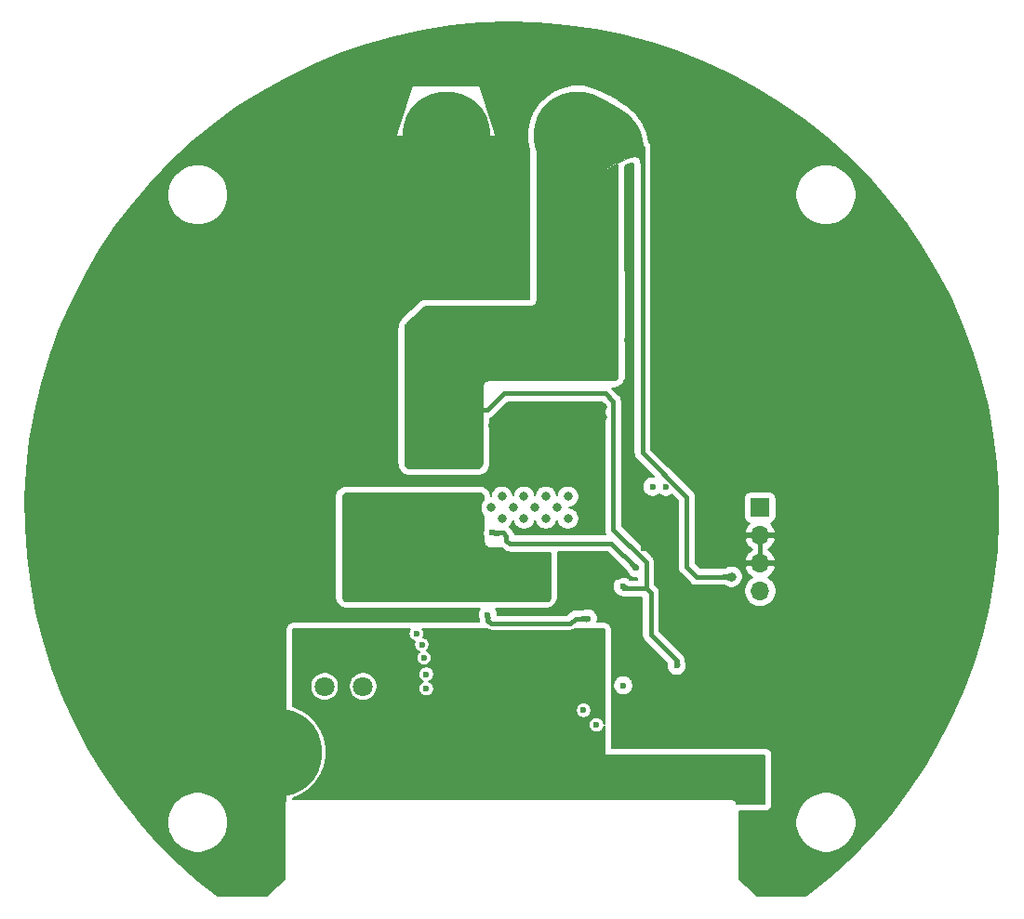
<source format=gbr>
%TF.GenerationSoftware,KiCad,Pcbnew,(5.1.7)-1*%
%TF.CreationDate,2021-06-08T21:53:32+03:00*%
%TF.ProjectId,SynchronousBuck,53796e63-6872-46f6-9e6f-75734275636b,rev?*%
%TF.SameCoordinates,Original*%
%TF.FileFunction,Copper,L3,Inr*%
%TF.FilePolarity,Positive*%
%FSLAX46Y46*%
G04 Gerber Fmt 4.6, Leading zero omitted, Abs format (unit mm)*
G04 Created by KiCad (PCBNEW (5.1.7)-1) date 2021-06-08 21:53:32*
%MOMM*%
%LPD*%
G01*
G04 APERTURE LIST*
%TA.AperFunction,ComponentPad*%
%ADD10C,1.800000*%
%TD*%
%TA.AperFunction,ComponentPad*%
%ADD11C,8.000000*%
%TD*%
%TA.AperFunction,ComponentPad*%
%ADD12O,1.700000X1.700000*%
%TD*%
%TA.AperFunction,ComponentPad*%
%ADD13R,1.700000X1.700000*%
%TD*%
%TA.AperFunction,ViaPad*%
%ADD14C,0.800000*%
%TD*%
%TA.AperFunction,ViaPad*%
%ADD15C,0.600000*%
%TD*%
%TA.AperFunction,ViaPad*%
%ADD16C,0.400000*%
%TD*%
%TA.AperFunction,Conductor*%
%ADD17C,0.400000*%
%TD*%
%TA.AperFunction,Conductor*%
%ADD18C,0.200000*%
%TD*%
%TA.AperFunction,Conductor*%
%ADD19C,0.100000*%
%TD*%
%TA.AperFunction,Conductor*%
%ADD20C,0.254000*%
%TD*%
%TA.AperFunction,Conductor*%
%ADD21C,0.025400*%
%TD*%
G04 APERTURE END LIST*
D10*
%TO.N,GND*%
%TO.C,J104*%
X82950000Y-116200000D03*
%TO.N,Net-(C119-Pad2)*%
X86450000Y-116200000D03*
%TD*%
D11*
%TO.N,GND*%
%TO.C,J103*%
X94000000Y-66000000D03*
%TO.N,/VOUT*%
X106000000Y-66000000D03*
%TD*%
%TO.N,VCC*%
%TO.C,J101*%
X90700000Y-122200000D03*
%TO.N,GND*%
X78700000Y-122200000D03*
%TD*%
D12*
%TO.N,Net-(D102-Pad1)*%
%TO.C,J102*%
X122600000Y-107520000D03*
%TO.N,GND*%
X122600000Y-104980000D03*
X122600000Y-102440000D03*
D13*
%TO.N,Net-(D103-Pad1)*%
X122600000Y-99900000D03*
%TD*%
D14*
%TO.N,GND*%
X105900000Y-90700000D03*
X107100000Y-90700000D03*
X103600000Y-90700000D03*
X104700000Y-90700000D03*
X108300000Y-90700000D03*
X101300000Y-90700000D03*
X102500000Y-90700000D03*
X116008000Y-113200000D03*
X109700000Y-106100000D03*
X116008000Y-112200000D03*
X116008000Y-111200000D03*
X116008000Y-110200000D03*
X116808000Y-112700000D03*
X116808000Y-111700000D03*
X116808000Y-110700000D03*
D15*
X107500000Y-102000000D03*
X112200000Y-99000000D03*
D14*
X107100000Y-91700000D03*
X105900000Y-91700000D03*
X104700000Y-91700000D03*
X103600000Y-91700000D03*
X102500000Y-91700000D03*
X103600000Y-93000000D03*
X102500000Y-93000000D03*
X101300000Y-93000000D03*
X101300000Y-91700000D03*
X108300000Y-91700000D03*
D15*
X121300000Y-120200000D03*
X118100000Y-119400000D03*
X112000000Y-103600000D03*
X106525000Y-118375000D03*
X107700000Y-119700000D03*
D16*
X56044999Y-99164999D03*
X57164999Y-108684999D03*
X57724999Y-88524999D03*
X59964999Y-116524999D03*
X61084999Y-80124999D03*
X62204999Y-94684999D03*
X63324999Y-104204999D03*
X63324999Y-123804999D03*
X65564999Y-73404999D03*
X66124999Y-85724999D03*
X66124999Y-112044999D03*
X68364999Y-129404999D03*
X69484999Y-119324999D03*
X70604999Y-67804999D03*
X70604999Y-79004999D03*
X70604999Y-91884999D03*
X71724999Y-106444999D03*
X73964999Y-134444999D03*
X75084999Y-113724999D03*
X75644999Y-84604999D03*
X75644999Y-97484999D03*
X76204999Y-72844999D03*
X77324999Y-62764999D03*
X77324999Y-127164999D03*
X80124999Y-90764999D03*
X80124999Y-103644999D03*
X81244999Y-78444999D03*
X82364999Y-68364999D03*
X84604999Y-59404999D03*
X85164999Y-96364999D03*
X85724999Y-85164999D03*
X87404999Y-73964999D03*
X93004999Y-57164999D03*
X93004999Y-79004999D03*
X95804999Y-70604999D03*
X98044999Y-92444999D03*
X98604999Y-62204999D03*
X101404999Y-76764999D03*
X103644999Y-56604999D03*
X104764999Y-105884999D03*
X110364999Y-60524999D03*
X110364999Y-73964999D03*
X110364999Y-84604999D03*
X110364999Y-98604999D03*
X114284999Y-67244999D03*
X114284999Y-91324999D03*
X115404999Y-107004999D03*
X115964999Y-79004999D03*
X119324999Y-96924999D03*
X119884999Y-61644999D03*
X119884999Y-72284999D03*
X119884999Y-85724999D03*
X119884999Y-113164999D03*
X121004999Y-127724999D03*
X124364999Y-104140000D03*
X124364999Y-119324999D03*
X124924999Y-91324999D03*
X124924999Y-134444999D03*
X125484999Y-66684999D03*
X125484999Y-77324999D03*
X127724999Y-109804999D03*
X129404999Y-84044999D03*
X129404999Y-124924999D03*
X129964999Y-96924999D03*
X131644999Y-71164999D03*
X132204999Y-115964999D03*
X133324999Y-104204999D03*
X134444999Y-89644999D03*
X135004999Y-78444999D03*
X137244999Y-121564999D03*
X137804999Y-110364999D03*
X138924999Y-98604999D03*
X140044999Y-84044999D03*
X142844999Y-91884999D03*
X143404999Y-104764999D03*
D15*
X91300000Y-111400000D03*
X91800000Y-112400000D03*
X92000000Y-113600000D03*
X92200000Y-116400000D03*
X92200000Y-115100000D03*
X127700000Y-97100000D03*
X126000000Y-95600000D03*
X118500000Y-98800000D03*
X120100000Y-98400000D03*
D14*
%TO.N,VCC*%
X105500000Y-121000000D03*
X101000000Y-119000000D03*
X98300000Y-119600000D03*
X96000000Y-121000000D03*
X99500000Y-121000000D03*
X102500000Y-121000000D03*
X122500000Y-126000000D03*
X122500000Y-123000000D03*
X121000000Y-124500000D03*
X119500000Y-126000000D03*
X116500000Y-126000000D03*
X113500000Y-126000000D03*
X113500000Y-123000000D03*
X115000000Y-124500000D03*
X111500000Y-124500000D03*
X110000000Y-126000000D03*
X110000000Y-123000000D03*
X107000000Y-126000000D03*
X107000000Y-123000000D03*
X104000000Y-126000000D03*
X104000000Y-123000000D03*
X108500000Y-124500000D03*
X105500000Y-124500000D03*
X101000000Y-126000000D03*
X101000000Y-123000000D03*
X102500000Y-124500000D03*
X98000000Y-126000000D03*
X99500000Y-124500000D03*
X98000000Y-123000000D03*
X96000000Y-124500000D03*
X118000000Y-124500000D03*
D15*
X110135000Y-116100000D03*
D14*
%TO.N,Net-(Q102-Pad1)*%
X99100000Y-100900000D03*
X105100000Y-98900000D03*
X104100000Y-99900000D03*
X105100000Y-100900000D03*
X103100000Y-100900000D03*
X101100000Y-100900000D03*
X100100000Y-99900000D03*
X102100000Y-99900000D03*
X103100000Y-98900000D03*
X101100000Y-98900000D03*
X99100000Y-98900000D03*
X98100000Y-99900000D03*
D15*
%TO.N,Net-(R112-Pad2)*%
X114000000Y-98000000D03*
X112800000Y-98000000D03*
D14*
%TO.N,/SW*%
X90000000Y-99500000D03*
X90000000Y-100500000D03*
X90000000Y-101500000D03*
X90000000Y-102500000D03*
X90000000Y-103500000D03*
X90000000Y-104500000D03*
X90000000Y-105500000D03*
X90000000Y-106500000D03*
X90000000Y-107500000D03*
X98000000Y-108000000D03*
X98000000Y-107000000D03*
X98000000Y-106000000D03*
X98000000Y-105000000D03*
X98000000Y-104000000D03*
X91000000Y-102000000D03*
X92000000Y-102000000D03*
X93000000Y-102000000D03*
X94000000Y-102000000D03*
X95000000Y-102000000D03*
X96000000Y-102000000D03*
D15*
%TO.N,/HO*%
X97800000Y-109700000D03*
X106900000Y-110000000D03*
%TO.N,/LO*%
X98200000Y-102200000D03*
X111300000Y-105400000D03*
D14*
%TO.N,/VOUT*%
X105000000Y-84000000D03*
X103000000Y-84000000D03*
X102000000Y-84000000D03*
X104000000Y-84000000D03*
X101000000Y-84000000D03*
X106000000Y-71000000D03*
X106000000Y-72000000D03*
X106000000Y-73000000D03*
X106000000Y-74000000D03*
X106000000Y-75000000D03*
X106000000Y-76000000D03*
X106000000Y-77000000D03*
X106000000Y-78000000D03*
X106000000Y-79000000D03*
X106000000Y-81000000D03*
X106000000Y-80000000D03*
X106000000Y-82000000D03*
X106000000Y-83000000D03*
X106000000Y-84000000D03*
D15*
X110100000Y-107100000D03*
X115000000Y-114300000D03*
D14*
X95000000Y-92000000D03*
X94000000Y-92000000D03*
X93000000Y-92000000D03*
X92000000Y-92000000D03*
X91500000Y-91000000D03*
X92500000Y-91000000D03*
X93500000Y-91000000D03*
X94500000Y-91000000D03*
X95000000Y-90000000D03*
X94000000Y-90000000D03*
X93000000Y-90000000D03*
X92000000Y-90000000D03*
X120000000Y-106200000D03*
%TD*%
D17*
%TO.N,/HO*%
X105800000Y-110000000D02*
X105300000Y-110500000D01*
X106900000Y-110000000D02*
X105800000Y-110000000D01*
X97800000Y-109700000D02*
X97800000Y-110200000D01*
X98100000Y-110500000D02*
X105300000Y-110500000D01*
X97800000Y-110200000D02*
X98100000Y-110500000D01*
%TO.N,/LO*%
X109060001Y-103160001D02*
X99760001Y-103160001D01*
X111300000Y-105400000D02*
X109060001Y-103160001D01*
X99760001Y-103160001D02*
X99500000Y-102900000D01*
X99500000Y-102900000D02*
X99500000Y-102500000D01*
X99200000Y-102200000D02*
X98200000Y-102200000D01*
X99500000Y-102500000D02*
X99200000Y-102200000D01*
%TO.N,/VOUT*%
X115000000Y-113824802D02*
X115000000Y-114300000D01*
X112650000Y-107700000D02*
X112650000Y-111474802D01*
X112650000Y-111474802D02*
X115000000Y-113824802D01*
X112210001Y-107260001D02*
X112650000Y-107700000D01*
X110260001Y-107260001D02*
X112210001Y-107260001D01*
X110100000Y-107100000D02*
X110260001Y-107260001D01*
X112210001Y-104910001D02*
X109200000Y-101900000D01*
X112210001Y-107260001D02*
X112210001Y-104910001D01*
X94500000Y-91000000D02*
X97800000Y-91000000D01*
X97800000Y-91000000D02*
X99300000Y-89500000D01*
X108500000Y-89500000D02*
X109200000Y-90200000D01*
X99300000Y-89500000D02*
X108500000Y-89500000D01*
X109200000Y-101900000D02*
X109200000Y-90200000D01*
X106000000Y-66000000D02*
X110800000Y-66000000D01*
X110800000Y-66000000D02*
X111900000Y-67100000D01*
X111900000Y-94923198D02*
X115900000Y-98923198D01*
X111900000Y-67100000D02*
X111900000Y-94923198D01*
X115900000Y-105300000D02*
X116800000Y-106200000D01*
X115900000Y-98923198D02*
X115900000Y-105300000D01*
X116800000Y-106200000D02*
X120000000Y-106200000D01*
%TD*%
D18*
%TO.N,VCC*%
X90679668Y-111068426D02*
X90626901Y-111195818D01*
X90600000Y-111331056D01*
X90600000Y-111468944D01*
X90626901Y-111604182D01*
X90679668Y-111731574D01*
X90756274Y-111846224D01*
X90853776Y-111943726D01*
X90968426Y-112020332D01*
X91095818Y-112073099D01*
X91171497Y-112088153D01*
X91126901Y-112195818D01*
X91100000Y-112331056D01*
X91100000Y-112468944D01*
X91126901Y-112604182D01*
X91179668Y-112731574D01*
X91256274Y-112846224D01*
X91353776Y-112943726D01*
X91468426Y-113020332D01*
X91554320Y-113055910D01*
X91553776Y-113056274D01*
X91456274Y-113153776D01*
X91379668Y-113268426D01*
X91326901Y-113395818D01*
X91300000Y-113531056D01*
X91300000Y-113668944D01*
X91326901Y-113804182D01*
X91379668Y-113931574D01*
X91456274Y-114046224D01*
X91553776Y-114143726D01*
X91668426Y-114220332D01*
X91795818Y-114273099D01*
X91931056Y-114300000D01*
X92068944Y-114300000D01*
X92204182Y-114273099D01*
X92331574Y-114220332D01*
X92446224Y-114143726D01*
X92543726Y-114046224D01*
X92620332Y-113931574D01*
X92673099Y-113804182D01*
X92700000Y-113668944D01*
X92700000Y-113531056D01*
X92673099Y-113395818D01*
X92620332Y-113268426D01*
X92543726Y-113153776D01*
X92446224Y-113056274D01*
X92331574Y-112979668D01*
X92245680Y-112944090D01*
X92246224Y-112943726D01*
X92343726Y-112846224D01*
X92420332Y-112731574D01*
X92473099Y-112604182D01*
X92500000Y-112468944D01*
X92500000Y-112331056D01*
X92473099Y-112195818D01*
X92420332Y-112068426D01*
X92343726Y-111953776D01*
X92246224Y-111856274D01*
X92131574Y-111779668D01*
X92004182Y-111726901D01*
X91928503Y-111711847D01*
X91973099Y-111604182D01*
X92000000Y-111468944D01*
X92000000Y-111331056D01*
X91973099Y-111195818D01*
X91920332Y-111068426D01*
X91874612Y-111000000D01*
X97763466Y-111000000D01*
X97765045Y-111001296D01*
X97869279Y-111057010D01*
X97982379Y-111091318D01*
X98099999Y-111102903D01*
X98129473Y-111100000D01*
X105270526Y-111100000D01*
X105300000Y-111102903D01*
X105329474Y-111100000D01*
X105417621Y-111091318D01*
X105530721Y-111057010D01*
X105634955Y-111001296D01*
X105636534Y-111000000D01*
X108380109Y-111000000D01*
X108394174Y-111005826D01*
X108400000Y-111019891D01*
X108400000Y-119631056D01*
X108373099Y-119495818D01*
X108320332Y-119368426D01*
X108243726Y-119253776D01*
X108146224Y-119156274D01*
X108031574Y-119079668D01*
X107904182Y-119026901D01*
X107768944Y-119000000D01*
X107631056Y-119000000D01*
X107495818Y-119026901D01*
X107368426Y-119079668D01*
X107253776Y-119156274D01*
X107156274Y-119253776D01*
X107079668Y-119368426D01*
X107026901Y-119495818D01*
X107000000Y-119631056D01*
X107000000Y-119768944D01*
X107026901Y-119904182D01*
X107079668Y-120031574D01*
X107156274Y-120146224D01*
X107253776Y-120243726D01*
X107368426Y-120320332D01*
X107495818Y-120373099D01*
X107631056Y-120400000D01*
X107768944Y-120400000D01*
X107904182Y-120373099D01*
X108031574Y-120320332D01*
X108146224Y-120243726D01*
X108243726Y-120146224D01*
X108320332Y-120031574D01*
X108373099Y-119904182D01*
X108400000Y-119768944D01*
X108400000Y-122300000D01*
X108401921Y-122319509D01*
X108407612Y-122338268D01*
X108436901Y-122408979D01*
X108446142Y-122426268D01*
X108458578Y-122441421D01*
X108473732Y-122453858D01*
X108491021Y-122463099D01*
X108561732Y-122492388D01*
X108580492Y-122498079D01*
X108600000Y-122500000D01*
X122980109Y-122500000D01*
X122994174Y-122505826D01*
X123000000Y-122519891D01*
X123000000Y-126880109D01*
X122994174Y-126894174D01*
X122980109Y-126900000D01*
X120492163Y-126900000D01*
X120464175Y-126807733D01*
X120417746Y-126720871D01*
X120355264Y-126644736D01*
X120279129Y-126582254D01*
X120192267Y-126535825D01*
X120098017Y-126507235D01*
X120024560Y-126500000D01*
X120000000Y-126497581D01*
X119975440Y-126500000D01*
X80100000Y-126500000D01*
X80100000Y-126382627D01*
X80784182Y-126099230D01*
X81504837Y-125617703D01*
X82117703Y-125004837D01*
X82599230Y-124284182D01*
X82930911Y-123483433D01*
X83100000Y-122633362D01*
X83100000Y-121766638D01*
X82930911Y-120916567D01*
X82599230Y-120115818D01*
X82117703Y-119395163D01*
X81504837Y-118782297D01*
X80792094Y-118306056D01*
X105825000Y-118306056D01*
X105825000Y-118443944D01*
X105851901Y-118579182D01*
X105904668Y-118706574D01*
X105981274Y-118821224D01*
X106078776Y-118918726D01*
X106193426Y-118995332D01*
X106320818Y-119048099D01*
X106456056Y-119075000D01*
X106593944Y-119075000D01*
X106729182Y-119048099D01*
X106856574Y-118995332D01*
X106971224Y-118918726D01*
X107068726Y-118821224D01*
X107145332Y-118706574D01*
X107198099Y-118579182D01*
X107225000Y-118443944D01*
X107225000Y-118306056D01*
X107198099Y-118170818D01*
X107145332Y-118043426D01*
X107068726Y-117928776D01*
X106971224Y-117831274D01*
X106856574Y-117754668D01*
X106729182Y-117701901D01*
X106593944Y-117675000D01*
X106456056Y-117675000D01*
X106320818Y-117701901D01*
X106193426Y-117754668D01*
X106078776Y-117831274D01*
X105981274Y-117928776D01*
X105904668Y-118043426D01*
X105851901Y-118170818D01*
X105825000Y-118306056D01*
X80792094Y-118306056D01*
X80784182Y-118300770D01*
X80100000Y-118017373D01*
X80100000Y-116071961D01*
X81650000Y-116071961D01*
X81650000Y-116328039D01*
X81699958Y-116579196D01*
X81797955Y-116815781D01*
X81940224Y-117028702D01*
X82121298Y-117209776D01*
X82334219Y-117352045D01*
X82570804Y-117450042D01*
X82821961Y-117500000D01*
X83078039Y-117500000D01*
X83329196Y-117450042D01*
X83565781Y-117352045D01*
X83778702Y-117209776D01*
X83959776Y-117028702D01*
X84102045Y-116815781D01*
X84200042Y-116579196D01*
X84250000Y-116328039D01*
X84250000Y-116071961D01*
X85150000Y-116071961D01*
X85150000Y-116328039D01*
X85199958Y-116579196D01*
X85297955Y-116815781D01*
X85440224Y-117028702D01*
X85621298Y-117209776D01*
X85834219Y-117352045D01*
X86070804Y-117450042D01*
X86321961Y-117500000D01*
X86578039Y-117500000D01*
X86829196Y-117450042D01*
X87065781Y-117352045D01*
X87278702Y-117209776D01*
X87459776Y-117028702D01*
X87602045Y-116815781D01*
X87700042Y-116579196D01*
X87750000Y-116328039D01*
X87750000Y-116071961D01*
X87700042Y-115820804D01*
X87602045Y-115584219D01*
X87459776Y-115371298D01*
X87278702Y-115190224D01*
X87065781Y-115047955D01*
X87024984Y-115031056D01*
X91500000Y-115031056D01*
X91500000Y-115168944D01*
X91526901Y-115304182D01*
X91579668Y-115431574D01*
X91656274Y-115546224D01*
X91753776Y-115643726D01*
X91868426Y-115720332D01*
X91940052Y-115750000D01*
X91868426Y-115779668D01*
X91753776Y-115856274D01*
X91656274Y-115953776D01*
X91579668Y-116068426D01*
X91526901Y-116195818D01*
X91500000Y-116331056D01*
X91500000Y-116468944D01*
X91526901Y-116604182D01*
X91579668Y-116731574D01*
X91656274Y-116846224D01*
X91753776Y-116943726D01*
X91868426Y-117020332D01*
X91995818Y-117073099D01*
X92131056Y-117100000D01*
X92268944Y-117100000D01*
X92404182Y-117073099D01*
X92531574Y-117020332D01*
X92646224Y-116943726D01*
X92743726Y-116846224D01*
X92820332Y-116731574D01*
X92873099Y-116604182D01*
X92900000Y-116468944D01*
X92900000Y-116331056D01*
X92873099Y-116195818D01*
X92820332Y-116068426D01*
X92743726Y-115953776D01*
X92646224Y-115856274D01*
X92531574Y-115779668D01*
X92459948Y-115750000D01*
X92531574Y-115720332D01*
X92646224Y-115643726D01*
X92743726Y-115546224D01*
X92820332Y-115431574D01*
X92873099Y-115304182D01*
X92900000Y-115168944D01*
X92900000Y-115031056D01*
X92873099Y-114895818D01*
X92820332Y-114768426D01*
X92743726Y-114653776D01*
X92646224Y-114556274D01*
X92531574Y-114479668D01*
X92404182Y-114426901D01*
X92268944Y-114400000D01*
X92131056Y-114400000D01*
X91995818Y-114426901D01*
X91868426Y-114479668D01*
X91753776Y-114556274D01*
X91656274Y-114653776D01*
X91579668Y-114768426D01*
X91526901Y-114895818D01*
X91500000Y-115031056D01*
X87024984Y-115031056D01*
X86829196Y-114949958D01*
X86578039Y-114900000D01*
X86321961Y-114900000D01*
X86070804Y-114949958D01*
X85834219Y-115047955D01*
X85621298Y-115190224D01*
X85440224Y-115371298D01*
X85297955Y-115584219D01*
X85199958Y-115820804D01*
X85150000Y-116071961D01*
X84250000Y-116071961D01*
X84200042Y-115820804D01*
X84102045Y-115584219D01*
X83959776Y-115371298D01*
X83778702Y-115190224D01*
X83565781Y-115047955D01*
X83329196Y-114949958D01*
X83078039Y-114900000D01*
X82821961Y-114900000D01*
X82570804Y-114949958D01*
X82334219Y-115047955D01*
X82121298Y-115190224D01*
X81940224Y-115371298D01*
X81797955Y-115584219D01*
X81699958Y-115820804D01*
X81650000Y-116071961D01*
X80100000Y-116071961D01*
X80100000Y-111019891D01*
X80105826Y-111005826D01*
X80119891Y-111000000D01*
X90725388Y-111000000D01*
X90679668Y-111068426D01*
%TA.AperFunction,Conductor*%
D19*
G36*
X90679668Y-111068426D02*
G01*
X90626901Y-111195818D01*
X90600000Y-111331056D01*
X90600000Y-111468944D01*
X90626901Y-111604182D01*
X90679668Y-111731574D01*
X90756274Y-111846224D01*
X90853776Y-111943726D01*
X90968426Y-112020332D01*
X91095818Y-112073099D01*
X91171497Y-112088153D01*
X91126901Y-112195818D01*
X91100000Y-112331056D01*
X91100000Y-112468944D01*
X91126901Y-112604182D01*
X91179668Y-112731574D01*
X91256274Y-112846224D01*
X91353776Y-112943726D01*
X91468426Y-113020332D01*
X91554320Y-113055910D01*
X91553776Y-113056274D01*
X91456274Y-113153776D01*
X91379668Y-113268426D01*
X91326901Y-113395818D01*
X91300000Y-113531056D01*
X91300000Y-113668944D01*
X91326901Y-113804182D01*
X91379668Y-113931574D01*
X91456274Y-114046224D01*
X91553776Y-114143726D01*
X91668426Y-114220332D01*
X91795818Y-114273099D01*
X91931056Y-114300000D01*
X92068944Y-114300000D01*
X92204182Y-114273099D01*
X92331574Y-114220332D01*
X92446224Y-114143726D01*
X92543726Y-114046224D01*
X92620332Y-113931574D01*
X92673099Y-113804182D01*
X92700000Y-113668944D01*
X92700000Y-113531056D01*
X92673099Y-113395818D01*
X92620332Y-113268426D01*
X92543726Y-113153776D01*
X92446224Y-113056274D01*
X92331574Y-112979668D01*
X92245680Y-112944090D01*
X92246224Y-112943726D01*
X92343726Y-112846224D01*
X92420332Y-112731574D01*
X92473099Y-112604182D01*
X92500000Y-112468944D01*
X92500000Y-112331056D01*
X92473099Y-112195818D01*
X92420332Y-112068426D01*
X92343726Y-111953776D01*
X92246224Y-111856274D01*
X92131574Y-111779668D01*
X92004182Y-111726901D01*
X91928503Y-111711847D01*
X91973099Y-111604182D01*
X92000000Y-111468944D01*
X92000000Y-111331056D01*
X91973099Y-111195818D01*
X91920332Y-111068426D01*
X91874612Y-111000000D01*
X97763466Y-111000000D01*
X97765045Y-111001296D01*
X97869279Y-111057010D01*
X97982379Y-111091318D01*
X98099999Y-111102903D01*
X98129473Y-111100000D01*
X105270526Y-111100000D01*
X105300000Y-111102903D01*
X105329474Y-111100000D01*
X105417621Y-111091318D01*
X105530721Y-111057010D01*
X105634955Y-111001296D01*
X105636534Y-111000000D01*
X108380109Y-111000000D01*
X108394174Y-111005826D01*
X108400000Y-111019891D01*
X108400000Y-119631056D01*
X108373099Y-119495818D01*
X108320332Y-119368426D01*
X108243726Y-119253776D01*
X108146224Y-119156274D01*
X108031574Y-119079668D01*
X107904182Y-119026901D01*
X107768944Y-119000000D01*
X107631056Y-119000000D01*
X107495818Y-119026901D01*
X107368426Y-119079668D01*
X107253776Y-119156274D01*
X107156274Y-119253776D01*
X107079668Y-119368426D01*
X107026901Y-119495818D01*
X107000000Y-119631056D01*
X107000000Y-119768944D01*
X107026901Y-119904182D01*
X107079668Y-120031574D01*
X107156274Y-120146224D01*
X107253776Y-120243726D01*
X107368426Y-120320332D01*
X107495818Y-120373099D01*
X107631056Y-120400000D01*
X107768944Y-120400000D01*
X107904182Y-120373099D01*
X108031574Y-120320332D01*
X108146224Y-120243726D01*
X108243726Y-120146224D01*
X108320332Y-120031574D01*
X108373099Y-119904182D01*
X108400000Y-119768944D01*
X108400000Y-122300000D01*
X108401921Y-122319509D01*
X108407612Y-122338268D01*
X108436901Y-122408979D01*
X108446142Y-122426268D01*
X108458578Y-122441421D01*
X108473732Y-122453858D01*
X108491021Y-122463099D01*
X108561732Y-122492388D01*
X108580492Y-122498079D01*
X108600000Y-122500000D01*
X122980109Y-122500000D01*
X122994174Y-122505826D01*
X123000000Y-122519891D01*
X123000000Y-126880109D01*
X122994174Y-126894174D01*
X122980109Y-126900000D01*
X120492163Y-126900000D01*
X120464175Y-126807733D01*
X120417746Y-126720871D01*
X120355264Y-126644736D01*
X120279129Y-126582254D01*
X120192267Y-126535825D01*
X120098017Y-126507235D01*
X120024560Y-126500000D01*
X120000000Y-126497581D01*
X119975440Y-126500000D01*
X80100000Y-126500000D01*
X80100000Y-126382627D01*
X80784182Y-126099230D01*
X81504837Y-125617703D01*
X82117703Y-125004837D01*
X82599230Y-124284182D01*
X82930911Y-123483433D01*
X83100000Y-122633362D01*
X83100000Y-121766638D01*
X82930911Y-120916567D01*
X82599230Y-120115818D01*
X82117703Y-119395163D01*
X81504837Y-118782297D01*
X80792094Y-118306056D01*
X105825000Y-118306056D01*
X105825000Y-118443944D01*
X105851901Y-118579182D01*
X105904668Y-118706574D01*
X105981274Y-118821224D01*
X106078776Y-118918726D01*
X106193426Y-118995332D01*
X106320818Y-119048099D01*
X106456056Y-119075000D01*
X106593944Y-119075000D01*
X106729182Y-119048099D01*
X106856574Y-118995332D01*
X106971224Y-118918726D01*
X107068726Y-118821224D01*
X107145332Y-118706574D01*
X107198099Y-118579182D01*
X107225000Y-118443944D01*
X107225000Y-118306056D01*
X107198099Y-118170818D01*
X107145332Y-118043426D01*
X107068726Y-117928776D01*
X106971224Y-117831274D01*
X106856574Y-117754668D01*
X106729182Y-117701901D01*
X106593944Y-117675000D01*
X106456056Y-117675000D01*
X106320818Y-117701901D01*
X106193426Y-117754668D01*
X106078776Y-117831274D01*
X105981274Y-117928776D01*
X105904668Y-118043426D01*
X105851901Y-118170818D01*
X105825000Y-118306056D01*
X80792094Y-118306056D01*
X80784182Y-118300770D01*
X80100000Y-118017373D01*
X80100000Y-116071961D01*
X81650000Y-116071961D01*
X81650000Y-116328039D01*
X81699958Y-116579196D01*
X81797955Y-116815781D01*
X81940224Y-117028702D01*
X82121298Y-117209776D01*
X82334219Y-117352045D01*
X82570804Y-117450042D01*
X82821961Y-117500000D01*
X83078039Y-117500000D01*
X83329196Y-117450042D01*
X83565781Y-117352045D01*
X83778702Y-117209776D01*
X83959776Y-117028702D01*
X84102045Y-116815781D01*
X84200042Y-116579196D01*
X84250000Y-116328039D01*
X84250000Y-116071961D01*
X85150000Y-116071961D01*
X85150000Y-116328039D01*
X85199958Y-116579196D01*
X85297955Y-116815781D01*
X85440224Y-117028702D01*
X85621298Y-117209776D01*
X85834219Y-117352045D01*
X86070804Y-117450042D01*
X86321961Y-117500000D01*
X86578039Y-117500000D01*
X86829196Y-117450042D01*
X87065781Y-117352045D01*
X87278702Y-117209776D01*
X87459776Y-117028702D01*
X87602045Y-116815781D01*
X87700042Y-116579196D01*
X87750000Y-116328039D01*
X87750000Y-116071961D01*
X87700042Y-115820804D01*
X87602045Y-115584219D01*
X87459776Y-115371298D01*
X87278702Y-115190224D01*
X87065781Y-115047955D01*
X87024984Y-115031056D01*
X91500000Y-115031056D01*
X91500000Y-115168944D01*
X91526901Y-115304182D01*
X91579668Y-115431574D01*
X91656274Y-115546224D01*
X91753776Y-115643726D01*
X91868426Y-115720332D01*
X91940052Y-115750000D01*
X91868426Y-115779668D01*
X91753776Y-115856274D01*
X91656274Y-115953776D01*
X91579668Y-116068426D01*
X91526901Y-116195818D01*
X91500000Y-116331056D01*
X91500000Y-116468944D01*
X91526901Y-116604182D01*
X91579668Y-116731574D01*
X91656274Y-116846224D01*
X91753776Y-116943726D01*
X91868426Y-117020332D01*
X91995818Y-117073099D01*
X92131056Y-117100000D01*
X92268944Y-117100000D01*
X92404182Y-117073099D01*
X92531574Y-117020332D01*
X92646224Y-116943726D01*
X92743726Y-116846224D01*
X92820332Y-116731574D01*
X92873099Y-116604182D01*
X92900000Y-116468944D01*
X92900000Y-116331056D01*
X92873099Y-116195818D01*
X92820332Y-116068426D01*
X92743726Y-115953776D01*
X92646224Y-115856274D01*
X92531574Y-115779668D01*
X92459948Y-115750000D01*
X92531574Y-115720332D01*
X92646224Y-115643726D01*
X92743726Y-115546224D01*
X92820332Y-115431574D01*
X92873099Y-115304182D01*
X92900000Y-115168944D01*
X92900000Y-115031056D01*
X92873099Y-114895818D01*
X92820332Y-114768426D01*
X92743726Y-114653776D01*
X92646224Y-114556274D01*
X92531574Y-114479668D01*
X92404182Y-114426901D01*
X92268944Y-114400000D01*
X92131056Y-114400000D01*
X91995818Y-114426901D01*
X91868426Y-114479668D01*
X91753776Y-114556274D01*
X91656274Y-114653776D01*
X91579668Y-114768426D01*
X91526901Y-114895818D01*
X91500000Y-115031056D01*
X87024984Y-115031056D01*
X86829196Y-114949958D01*
X86578039Y-114900000D01*
X86321961Y-114900000D01*
X86070804Y-114949958D01*
X85834219Y-115047955D01*
X85621298Y-115190224D01*
X85440224Y-115371298D01*
X85297955Y-115584219D01*
X85199958Y-115820804D01*
X85150000Y-116071961D01*
X84250000Y-116071961D01*
X84200042Y-115820804D01*
X84102045Y-115584219D01*
X83959776Y-115371298D01*
X83778702Y-115190224D01*
X83565781Y-115047955D01*
X83329196Y-114949958D01*
X83078039Y-114900000D01*
X82821961Y-114900000D01*
X82570804Y-114949958D01*
X82334219Y-115047955D01*
X82121298Y-115190224D01*
X81940224Y-115371298D01*
X81797955Y-115584219D01*
X81699958Y-115820804D01*
X81650000Y-116071961D01*
X80100000Y-116071961D01*
X80100000Y-111019891D01*
X80105826Y-111005826D01*
X80119891Y-111000000D01*
X90725388Y-111000000D01*
X90679668Y-111068426D01*
G37*
%TD.AperFunction*%
%TD*%
D18*
%TO.N,/VOUT*%
X107674244Y-69672079D02*
X107696354Y-69688157D01*
X107714459Y-69695672D01*
X107733683Y-69699511D01*
X107753287Y-69699526D01*
X107772516Y-69695716D01*
X107790633Y-69688227D01*
X108297458Y-69417809D01*
X108301558Y-69415496D01*
X108832051Y-69099516D01*
X108833194Y-69098825D01*
X109368515Y-68770203D01*
X109606375Y-68629491D01*
X109653083Y-87892470D01*
X109638843Y-88002523D01*
X109599082Y-88099009D01*
X109535674Y-88181887D01*
X109452945Y-88245500D01*
X109356561Y-88285493D01*
X109246535Y-88300000D01*
X97900000Y-88300000D01*
X97886947Y-88300855D01*
X97757537Y-88317892D01*
X97732322Y-88324649D01*
X97611732Y-88374599D01*
X97589123Y-88387652D01*
X97485570Y-88467112D01*
X97467112Y-88485570D01*
X97387652Y-88589123D01*
X97374599Y-88611732D01*
X97324649Y-88732322D01*
X97317892Y-88757537D01*
X97300855Y-88886947D01*
X97300000Y-88900000D01*
X97300000Y-95893441D01*
X97285536Y-96003307D01*
X97245664Y-96099567D01*
X97182232Y-96182232D01*
X97099567Y-96245664D01*
X97003307Y-96285536D01*
X96893441Y-96300000D01*
X90706559Y-96300000D01*
X90596693Y-96285536D01*
X90500433Y-96245664D01*
X90417768Y-96182232D01*
X90354336Y-96099567D01*
X90314464Y-96003307D01*
X90300000Y-95893441D01*
X90300000Y-83513666D01*
X90314464Y-83403800D01*
X90354337Y-83307538D01*
X90421788Y-83219634D01*
X91919634Y-81721788D01*
X92007538Y-81654337D01*
X92103800Y-81614464D01*
X92213666Y-81600000D01*
X101700000Y-81600000D01*
X101713053Y-81599145D01*
X101842463Y-81582108D01*
X101867678Y-81575351D01*
X101988268Y-81525401D01*
X102010877Y-81512348D01*
X102114430Y-81432888D01*
X102132888Y-81414430D01*
X102212348Y-81310877D01*
X102225401Y-81288268D01*
X102275351Y-81167678D01*
X102282108Y-81142463D01*
X102299145Y-81013053D01*
X102300000Y-81000000D01*
X102300000Y-66506559D01*
X102314464Y-66396693D01*
X102354336Y-66300433D01*
X102417768Y-66217768D01*
X102500433Y-66154336D01*
X102596693Y-66114464D01*
X102706559Y-66100000D01*
X103959719Y-66100000D01*
X107674244Y-69672079D01*
%TA.AperFunction,Conductor*%
D19*
G36*
X107674244Y-69672079D02*
G01*
X107696354Y-69688157D01*
X107714459Y-69695672D01*
X107733683Y-69699511D01*
X107753287Y-69699526D01*
X107772516Y-69695716D01*
X107790633Y-69688227D01*
X108297458Y-69417809D01*
X108301558Y-69415496D01*
X108832051Y-69099516D01*
X108833194Y-69098825D01*
X109368515Y-68770203D01*
X109606375Y-68629491D01*
X109653083Y-87892470D01*
X109638843Y-88002523D01*
X109599082Y-88099009D01*
X109535674Y-88181887D01*
X109452945Y-88245500D01*
X109356561Y-88285493D01*
X109246535Y-88300000D01*
X97900000Y-88300000D01*
X97886947Y-88300855D01*
X97757537Y-88317892D01*
X97732322Y-88324649D01*
X97611732Y-88374599D01*
X97589123Y-88387652D01*
X97485570Y-88467112D01*
X97467112Y-88485570D01*
X97387652Y-88589123D01*
X97374599Y-88611732D01*
X97324649Y-88732322D01*
X97317892Y-88757537D01*
X97300855Y-88886947D01*
X97300000Y-88900000D01*
X97300000Y-95893441D01*
X97285536Y-96003307D01*
X97245664Y-96099567D01*
X97182232Y-96182232D01*
X97099567Y-96245664D01*
X97003307Y-96285536D01*
X96893441Y-96300000D01*
X90706559Y-96300000D01*
X90596693Y-96285536D01*
X90500433Y-96245664D01*
X90417768Y-96182232D01*
X90354336Y-96099567D01*
X90314464Y-96003307D01*
X90300000Y-95893441D01*
X90300000Y-83513666D01*
X90314464Y-83403800D01*
X90354337Y-83307538D01*
X90421788Y-83219634D01*
X91919634Y-81721788D01*
X92007538Y-81654337D01*
X92103800Y-81614464D01*
X92213666Y-81600000D01*
X101700000Y-81600000D01*
X101713053Y-81599145D01*
X101842463Y-81582108D01*
X101867678Y-81575351D01*
X101988268Y-81525401D01*
X102010877Y-81512348D01*
X102114430Y-81432888D01*
X102132888Y-81414430D01*
X102212348Y-81310877D01*
X102225401Y-81288268D01*
X102275351Y-81167678D01*
X102282108Y-81142463D01*
X102299145Y-81013053D01*
X102300000Y-81000000D01*
X102300000Y-66506559D01*
X102314464Y-66396693D01*
X102354336Y-66300433D01*
X102417768Y-66217768D01*
X102500433Y-66154336D01*
X102596693Y-66114464D01*
X102706559Y-66100000D01*
X103959719Y-66100000D01*
X107674244Y-69672079D01*
G37*
%TD.AperFunction*%
%TD*%
D20*
%TO.N,/SW*%
X97096257Y-98640769D02*
X97185955Y-98677923D01*
X97262976Y-98737024D01*
X97322077Y-98814045D01*
X97359231Y-98903743D01*
X97373000Y-99008328D01*
X97373000Y-99163289D01*
X97296063Y-99240226D01*
X97182795Y-99409744D01*
X97104774Y-99598102D01*
X97065000Y-99798061D01*
X97065000Y-100001939D01*
X97104774Y-100201898D01*
X97182795Y-100390256D01*
X97296063Y-100559774D01*
X97373000Y-100636711D01*
X97373000Y-101754737D01*
X97371414Y-101757111D01*
X97300932Y-101927271D01*
X97265000Y-102107911D01*
X97265000Y-102292089D01*
X97300932Y-102472729D01*
X97371414Y-102642889D01*
X97373000Y-102645263D01*
X97373000Y-103000000D01*
X97374086Y-103016577D01*
X97391123Y-103145987D01*
X97399704Y-103178011D01*
X97449654Y-103298601D01*
X97466232Y-103327313D01*
X97545692Y-103430866D01*
X97569134Y-103454308D01*
X97672687Y-103533768D01*
X97701399Y-103550346D01*
X97821989Y-103600296D01*
X97854013Y-103608877D01*
X97983423Y-103625914D01*
X98000000Y-103627000D01*
X99046132Y-103627000D01*
X99140559Y-103721427D01*
X99166710Y-103753292D01*
X99293855Y-103857637D01*
X99438914Y-103935173D01*
X99596312Y-103982919D01*
X99760001Y-103999041D01*
X99801019Y-103995001D01*
X103446245Y-103995001D01*
X103448000Y-104008328D01*
X103448000Y-107991672D01*
X103434231Y-108096257D01*
X103397077Y-108185955D01*
X103337976Y-108262976D01*
X103260955Y-108322077D01*
X103171257Y-108359231D01*
X103066672Y-108373000D01*
X85008328Y-108373000D01*
X84903743Y-108359231D01*
X84814045Y-108322077D01*
X84737024Y-108262976D01*
X84677923Y-108185955D01*
X84640769Y-108096257D01*
X84627000Y-107991672D01*
X84627000Y-99008328D01*
X84640769Y-98903743D01*
X84677923Y-98814045D01*
X84737024Y-98737024D01*
X84814045Y-98677923D01*
X84903743Y-98640769D01*
X85008328Y-98627000D01*
X96991672Y-98627000D01*
X97096257Y-98640769D01*
%TA.AperFunction,Conductor*%
D19*
G36*
X97096257Y-98640769D02*
G01*
X97185955Y-98677923D01*
X97262976Y-98737024D01*
X97322077Y-98814045D01*
X97359231Y-98903743D01*
X97373000Y-99008328D01*
X97373000Y-99163289D01*
X97296063Y-99240226D01*
X97182795Y-99409744D01*
X97104774Y-99598102D01*
X97065000Y-99798061D01*
X97065000Y-100001939D01*
X97104774Y-100201898D01*
X97182795Y-100390256D01*
X97296063Y-100559774D01*
X97373000Y-100636711D01*
X97373000Y-101754737D01*
X97371414Y-101757111D01*
X97300932Y-101927271D01*
X97265000Y-102107911D01*
X97265000Y-102292089D01*
X97300932Y-102472729D01*
X97371414Y-102642889D01*
X97373000Y-102645263D01*
X97373000Y-103000000D01*
X97374086Y-103016577D01*
X97391123Y-103145987D01*
X97399704Y-103178011D01*
X97449654Y-103298601D01*
X97466232Y-103327313D01*
X97545692Y-103430866D01*
X97569134Y-103454308D01*
X97672687Y-103533768D01*
X97701399Y-103550346D01*
X97821989Y-103600296D01*
X97854013Y-103608877D01*
X97983423Y-103625914D01*
X98000000Y-103627000D01*
X99046132Y-103627000D01*
X99140559Y-103721427D01*
X99166710Y-103753292D01*
X99293855Y-103857637D01*
X99438914Y-103935173D01*
X99596312Y-103982919D01*
X99760001Y-103999041D01*
X99801019Y-103995001D01*
X103446245Y-103995001D01*
X103448000Y-104008328D01*
X103448000Y-107991672D01*
X103434231Y-108096257D01*
X103397077Y-108185955D01*
X103337976Y-108262976D01*
X103260955Y-108322077D01*
X103171257Y-108359231D01*
X103066672Y-108373000D01*
X85008328Y-108373000D01*
X84903743Y-108359231D01*
X84814045Y-108322077D01*
X84737024Y-108262976D01*
X84677923Y-108185955D01*
X84640769Y-108096257D01*
X84627000Y-107991672D01*
X84627000Y-99008328D01*
X84640769Y-98903743D01*
X84677923Y-98814045D01*
X84737024Y-98737024D01*
X84814045Y-98677923D01*
X84903743Y-98640769D01*
X85008328Y-98627000D01*
X96991672Y-98627000D01*
X97096257Y-98640769D01*
G37*
%TD.AperFunction*%
%TD*%
D18*
%TO.N,GND*%
X102372012Y-55771873D02*
X104990833Y-55990396D01*
X107592113Y-56363851D01*
X110166635Y-56890915D01*
X112705390Y-57569743D01*
X115199419Y-58397940D01*
X117639926Y-59372587D01*
X120018345Y-60490260D01*
X122326290Y-61747020D01*
X124555635Y-63138442D01*
X126698540Y-64659631D01*
X128747446Y-66305222D01*
X130695173Y-68069450D01*
X132534824Y-69946066D01*
X134259946Y-71928488D01*
X135864457Y-74009725D01*
X137342726Y-76182475D01*
X138689524Y-78439054D01*
X139900128Y-80771543D01*
X140970267Y-83171723D01*
X141896174Y-85631133D01*
X142674596Y-88141140D01*
X143302788Y-90692892D01*
X143778537Y-93277398D01*
X144100174Y-95885586D01*
X144266560Y-98508242D01*
X144277115Y-101136150D01*
X144131797Y-103760072D01*
X143831120Y-106370765D01*
X143376145Y-108959005D01*
X142768472Y-111515707D01*
X142010235Y-114031885D01*
X141104112Y-116498657D01*
X140053278Y-118907370D01*
X138861458Y-121249491D01*
X137532820Y-123516827D01*
X136072059Y-125701366D01*
X134484311Y-127795430D01*
X132775169Y-129791642D01*
X130950647Y-131682979D01*
X129017163Y-133462784D01*
X126974985Y-135130133D01*
X126761733Y-135292000D01*
X122293263Y-135292000D01*
X120708000Y-133706738D01*
X120708000Y-128312631D01*
X125826270Y-128312631D01*
X125826270Y-128855909D01*
X125932258Y-129388749D01*
X126140162Y-129890673D01*
X126441991Y-130342393D01*
X126826147Y-130726549D01*
X127277867Y-131028378D01*
X127779791Y-131236282D01*
X128312631Y-131342270D01*
X128855909Y-131342270D01*
X129388749Y-131236282D01*
X129890673Y-131028378D01*
X130342393Y-130726549D01*
X130726549Y-130342393D01*
X131028378Y-129890673D01*
X131236282Y-129388749D01*
X131342270Y-128855909D01*
X131342270Y-128312631D01*
X131236282Y-127779791D01*
X131028378Y-127277867D01*
X130726549Y-126826147D01*
X130342393Y-126441991D01*
X129890673Y-126140162D01*
X129388749Y-125932258D01*
X128855909Y-125826270D01*
X128312631Y-125826270D01*
X127779791Y-125932258D01*
X127277867Y-126140162D01*
X126826147Y-126441991D01*
X126441991Y-126826147D01*
X126140162Y-127277867D01*
X125932258Y-127779791D01*
X125826270Y-128312631D01*
X120708000Y-128312631D01*
X120708000Y-127608000D01*
X123000000Y-127608000D01*
X123118612Y-127596318D01*
X123232668Y-127561720D01*
X123303379Y-127532431D01*
X123408500Y-127476243D01*
X123500634Y-127400630D01*
X123576246Y-127308495D01*
X123632431Y-127203379D01*
X123661720Y-127132668D01*
X123696317Y-127018615D01*
X123708000Y-126900000D01*
X123708000Y-122500000D01*
X123696318Y-122381388D01*
X123661720Y-122267332D01*
X123632431Y-122196621D01*
X123576243Y-122091500D01*
X123500630Y-121999366D01*
X123408495Y-121923754D01*
X123303379Y-121867569D01*
X123232668Y-121838280D01*
X123118615Y-121803683D01*
X123000000Y-121792000D01*
X109108000Y-121792000D01*
X109108000Y-116010570D01*
X109227000Y-116010570D01*
X109227000Y-116189430D01*
X109261894Y-116364854D01*
X109330341Y-116530099D01*
X109429711Y-116678816D01*
X109556184Y-116805289D01*
X109704901Y-116904659D01*
X109870146Y-116973106D01*
X110045570Y-117008000D01*
X110224430Y-117008000D01*
X110399854Y-116973106D01*
X110565099Y-116904659D01*
X110713816Y-116805289D01*
X110840289Y-116678816D01*
X110939659Y-116530099D01*
X111008106Y-116364854D01*
X111043000Y-116189430D01*
X111043000Y-116010570D01*
X111008106Y-115835146D01*
X110939659Y-115669901D01*
X110840289Y-115521184D01*
X110713816Y-115394711D01*
X110565099Y-115295341D01*
X110399854Y-115226894D01*
X110224430Y-115192000D01*
X110045570Y-115192000D01*
X109870146Y-115226894D01*
X109704901Y-115295341D01*
X109556184Y-115394711D01*
X109429711Y-115521184D01*
X109330341Y-115669901D01*
X109261894Y-115835146D01*
X109227000Y-116010570D01*
X109108000Y-116010570D01*
X109108000Y-111000000D01*
X109096318Y-110881388D01*
X109061720Y-110767332D01*
X109032431Y-110696621D01*
X108976243Y-110591500D01*
X108900630Y-110499366D01*
X108808495Y-110423754D01*
X108703379Y-110367569D01*
X108632668Y-110338280D01*
X108518615Y-110303683D01*
X108400000Y-110292000D01*
X107761862Y-110292000D01*
X107773106Y-110264854D01*
X107808000Y-110089430D01*
X107808000Y-109910570D01*
X107773106Y-109735146D01*
X107704659Y-109569901D01*
X107605289Y-109421184D01*
X107478816Y-109294711D01*
X107330099Y-109195341D01*
X107164854Y-109126894D01*
X106989430Y-109092000D01*
X106810570Y-109092000D01*
X106635146Y-109126894D01*
X106484562Y-109189268D01*
X106483031Y-109189421D01*
X106459971Y-109190679D01*
X106423209Y-109191579D01*
X106372888Y-109191954D01*
X106309563Y-109192000D01*
X105839680Y-109192000D01*
X105800000Y-109188092D01*
X105760320Y-109192000D01*
X105760312Y-109192000D01*
X105655536Y-109202320D01*
X105641603Y-109203692D01*
X105587728Y-109220035D01*
X105489296Y-109249894D01*
X105348928Y-109324922D01*
X105225894Y-109425894D01*
X105200593Y-109456723D01*
X104965317Y-109692000D01*
X98708000Y-109692000D01*
X98708000Y-109610570D01*
X98673106Y-109435146D01*
X98604659Y-109269901D01*
X98505289Y-109121184D01*
X98492105Y-109108000D01*
X103075000Y-109108000D01*
X103154359Y-109102799D01*
X103283769Y-109085762D01*
X103437081Y-109044682D01*
X103557671Y-108994732D01*
X103695130Y-108915370D01*
X103798683Y-108835910D01*
X103910910Y-108723683D01*
X103990370Y-108620130D01*
X104069732Y-108482671D01*
X104119682Y-108362081D01*
X104160762Y-108208769D01*
X104177799Y-108079359D01*
X104183000Y-108000000D01*
X104183000Y-104000000D01*
X104180903Y-103968001D01*
X108725318Y-103968001D01*
X110311154Y-105553837D01*
X110311159Y-105553844D01*
X110355900Y-105598649D01*
X110391212Y-105634492D01*
X110416578Y-105661131D01*
X110432004Y-105678338D01*
X110432966Y-105679514D01*
X110495341Y-105830099D01*
X110594711Y-105978816D01*
X110721184Y-106105289D01*
X110869901Y-106204659D01*
X111035146Y-106273106D01*
X111210570Y-106308000D01*
X111389430Y-106308000D01*
X111402001Y-106305499D01*
X111402001Y-106452001D01*
X110736106Y-106452001D01*
X110678816Y-106394711D01*
X110530099Y-106295341D01*
X110364854Y-106226894D01*
X110189430Y-106192000D01*
X110010570Y-106192000D01*
X109835146Y-106226894D01*
X109669901Y-106295341D01*
X109521184Y-106394711D01*
X109394711Y-106521184D01*
X109295341Y-106669901D01*
X109226894Y-106835146D01*
X109192000Y-107010570D01*
X109192000Y-107189430D01*
X109226894Y-107364854D01*
X109295341Y-107530099D01*
X109394711Y-107678816D01*
X109521184Y-107805289D01*
X109669901Y-107904659D01*
X109835146Y-107973106D01*
X109906701Y-107987339D01*
X109949297Y-108010107D01*
X110101605Y-108056309D01*
X110220313Y-108068001D01*
X110220321Y-108068001D01*
X110260001Y-108071909D01*
X110299681Y-108068001D01*
X111842000Y-108068001D01*
X111842001Y-111435112D01*
X111838092Y-111474802D01*
X111853692Y-111633198D01*
X111893840Y-111765546D01*
X111899895Y-111785506D01*
X111974923Y-111925874D01*
X112075895Y-112048908D01*
X112106723Y-112074208D01*
X114117066Y-114084553D01*
X114092000Y-114210570D01*
X114092000Y-114389430D01*
X114126894Y-114564854D01*
X114195341Y-114730099D01*
X114294711Y-114878816D01*
X114421184Y-115005289D01*
X114569901Y-115104659D01*
X114735146Y-115173106D01*
X114910570Y-115208000D01*
X115089430Y-115208000D01*
X115264854Y-115173106D01*
X115430099Y-115104659D01*
X115578816Y-115005289D01*
X115705289Y-114878816D01*
X115804659Y-114730099D01*
X115873106Y-114564854D01*
X115908000Y-114389430D01*
X115908000Y-114210570D01*
X115873106Y-114035146D01*
X115826188Y-113921877D01*
X115824197Y-113910248D01*
X115818596Y-113867374D01*
X115817593Y-113860040D01*
X115810482Y-113810325D01*
X115808000Y-113785122D01*
X115808000Y-113785114D01*
X115796308Y-113666406D01*
X115773949Y-113592698D01*
X115750106Y-113514097D01*
X115714805Y-113448054D01*
X115675078Y-113373730D01*
X115632076Y-113321332D01*
X115599406Y-113281523D01*
X115599402Y-113281519D01*
X115574106Y-113250696D01*
X115543284Y-113225401D01*
X113458000Y-111140119D01*
X113458000Y-107739680D01*
X113461908Y-107700000D01*
X113458000Y-107660320D01*
X113458000Y-107660312D01*
X113446308Y-107541604D01*
X113400106Y-107389296D01*
X113393213Y-107376399D01*
X121142000Y-107376399D01*
X121142000Y-107663601D01*
X121198030Y-107945283D01*
X121307937Y-108210622D01*
X121467497Y-108449421D01*
X121670579Y-108652503D01*
X121909378Y-108812063D01*
X122174717Y-108921970D01*
X122456399Y-108978000D01*
X122743601Y-108978000D01*
X123025283Y-108921970D01*
X123290622Y-108812063D01*
X123529421Y-108652503D01*
X123732503Y-108449421D01*
X123892063Y-108210622D01*
X124001970Y-107945283D01*
X124058000Y-107663601D01*
X124058000Y-107376399D01*
X124001970Y-107094717D01*
X123892063Y-106829378D01*
X123732503Y-106590579D01*
X123529421Y-106387497D01*
X123314910Y-106244166D01*
X123488852Y-106135736D01*
X123697246Y-105940122D01*
X123863473Y-105707611D01*
X123981146Y-105447139D01*
X124007903Y-105358910D01*
X123896889Y-105134000D01*
X122754000Y-105134000D01*
X122754000Y-105154000D01*
X122446000Y-105154000D01*
X122446000Y-105134000D01*
X121303111Y-105134000D01*
X121192097Y-105358910D01*
X121218854Y-105447139D01*
X121336527Y-105707611D01*
X121502754Y-105940122D01*
X121711148Y-106135736D01*
X121885090Y-106244166D01*
X121670579Y-106387497D01*
X121467497Y-106590579D01*
X121307937Y-106829378D01*
X121198030Y-107094717D01*
X121142000Y-107376399D01*
X113393213Y-107376399D01*
X113325078Y-107248928D01*
X113224106Y-107125894D01*
X113193278Y-107100594D01*
X113018001Y-106925317D01*
X113018001Y-104949680D01*
X113021909Y-104910000D01*
X113018001Y-104870320D01*
X113018001Y-104870313D01*
X113006309Y-104751605D01*
X113001847Y-104736894D01*
X112982209Y-104672157D01*
X112960107Y-104599297D01*
X112885079Y-104458929D01*
X112784107Y-104335895D01*
X112753279Y-104310595D01*
X110008000Y-101565317D01*
X110008000Y-90239677D01*
X110011908Y-90199999D01*
X110008000Y-90160321D01*
X110008000Y-90160312D01*
X109996308Y-90041604D01*
X109950106Y-89889296D01*
X109875078Y-89748928D01*
X109774106Y-89625894D01*
X109743277Y-89600593D01*
X109150683Y-89008000D01*
X109253100Y-89008000D01*
X109332580Y-89002783D01*
X109462185Y-88985694D01*
X109615721Y-88944487D01*
X109736466Y-88894386D01*
X109874064Y-88814795D01*
X109977696Y-88735109D01*
X110089964Y-88622569D01*
X110169398Y-88518745D01*
X110248656Y-88380952D01*
X110298464Y-88260085D01*
X110339297Y-88106453D01*
X110356072Y-87976808D01*
X110361097Y-87897314D01*
X110314822Y-68812851D01*
X110585233Y-68671390D01*
X110934323Y-68535040D01*
X111055313Y-68516915D01*
X111092000Y-68785671D01*
X111092001Y-94883508D01*
X111088092Y-94923198D01*
X111103692Y-95081594D01*
X111145426Y-95219169D01*
X111149895Y-95233902D01*
X111224923Y-95374270D01*
X111325895Y-95497304D01*
X111356723Y-95522604D01*
X112935228Y-97101110D01*
X112889430Y-97092000D01*
X112710570Y-97092000D01*
X112535146Y-97126894D01*
X112369901Y-97195341D01*
X112221184Y-97294711D01*
X112094711Y-97421184D01*
X111995341Y-97569901D01*
X111926894Y-97735146D01*
X111892000Y-97910570D01*
X111892000Y-98089430D01*
X111926894Y-98264854D01*
X111995341Y-98430099D01*
X112094711Y-98578816D01*
X112221184Y-98705289D01*
X112369901Y-98804659D01*
X112535146Y-98873106D01*
X112710570Y-98908000D01*
X112889430Y-98908000D01*
X113064854Y-98873106D01*
X113230099Y-98804659D01*
X113378816Y-98705289D01*
X113400000Y-98684105D01*
X113421184Y-98705289D01*
X113569901Y-98804659D01*
X113735146Y-98873106D01*
X113910570Y-98908000D01*
X114089430Y-98908000D01*
X114264854Y-98873106D01*
X114430099Y-98804659D01*
X114555192Y-98721074D01*
X115092000Y-99257882D01*
X115092001Y-105260310D01*
X115088092Y-105300000D01*
X115103692Y-105458396D01*
X115142121Y-105585078D01*
X115149895Y-105610704D01*
X115224923Y-105751072D01*
X115325895Y-105874106D01*
X115356723Y-105899406D01*
X116200594Y-106743277D01*
X116225894Y-106774106D01*
X116348928Y-106875078D01*
X116489296Y-106950106D01*
X116595401Y-106982293D01*
X116641603Y-106996308D01*
X116652417Y-106997373D01*
X116760312Y-107008000D01*
X116760319Y-107008000D01*
X116799999Y-107011908D01*
X116839679Y-107008000D01*
X119204895Y-107008000D01*
X119275183Y-107009182D01*
X119321187Y-107011916D01*
X119349555Y-107015196D01*
X119364883Y-107018035D01*
X119374257Y-107020514D01*
X119386180Y-107024621D01*
X119407893Y-107033604D01*
X119443550Y-107050092D01*
X119495008Y-107075129D01*
X119496361Y-107075790D01*
X119522533Y-107093278D01*
X119705977Y-107169263D01*
X119900721Y-107208000D01*
X120099279Y-107208000D01*
X120294023Y-107169263D01*
X120477467Y-107093278D01*
X120642562Y-106982965D01*
X120782965Y-106842562D01*
X120893278Y-106677467D01*
X120969263Y-106494023D01*
X121008000Y-106299279D01*
X121008000Y-106100721D01*
X120969263Y-105905977D01*
X120893278Y-105722533D01*
X120782965Y-105557438D01*
X120642562Y-105417035D01*
X120477467Y-105306722D01*
X120294023Y-105230737D01*
X120099279Y-105192000D01*
X119900721Y-105192000D01*
X119705977Y-105230737D01*
X119522533Y-105306722D01*
X119496367Y-105324206D01*
X119495198Y-105324777D01*
X119443550Y-105349907D01*
X119407893Y-105366395D01*
X119386180Y-105375378D01*
X119374257Y-105379485D01*
X119364883Y-105381964D01*
X119349555Y-105384803D01*
X119321187Y-105388083D01*
X119275182Y-105390818D01*
X119204888Y-105392000D01*
X117134684Y-105392000D01*
X116708000Y-104965317D01*
X116708000Y-102818910D01*
X121192097Y-102818910D01*
X121218854Y-102907139D01*
X121336527Y-103167611D01*
X121502754Y-103400122D01*
X121711148Y-103595736D01*
X121894449Y-103710000D01*
X121711148Y-103824264D01*
X121502754Y-104019878D01*
X121336527Y-104252389D01*
X121218854Y-104512861D01*
X121192097Y-104601090D01*
X121303111Y-104826000D01*
X122446000Y-104826000D01*
X122446000Y-102594000D01*
X122754000Y-102594000D01*
X122754000Y-104826000D01*
X123896889Y-104826000D01*
X124007903Y-104601090D01*
X123981146Y-104512861D01*
X123863473Y-104252389D01*
X123697246Y-104019878D01*
X123488852Y-103824264D01*
X123305551Y-103710000D01*
X123488852Y-103595736D01*
X123697246Y-103400122D01*
X123863473Y-103167611D01*
X123981146Y-102907139D01*
X124007903Y-102818910D01*
X123896889Y-102594000D01*
X122754000Y-102594000D01*
X122446000Y-102594000D01*
X121303111Y-102594000D01*
X121192097Y-102818910D01*
X116708000Y-102818910D01*
X116708000Y-99050000D01*
X121139059Y-99050000D01*
X121139059Y-100750000D01*
X121150798Y-100869189D01*
X121185564Y-100983797D01*
X121242021Y-101089421D01*
X121317999Y-101182001D01*
X121410579Y-101257979D01*
X121516203Y-101314436D01*
X121630811Y-101349202D01*
X121640908Y-101350196D01*
X121502754Y-101479878D01*
X121336527Y-101712389D01*
X121218854Y-101972861D01*
X121192097Y-102061090D01*
X121303111Y-102286000D01*
X122446000Y-102286000D01*
X122446000Y-102266000D01*
X122754000Y-102266000D01*
X122754000Y-102286000D01*
X123896889Y-102286000D01*
X124007903Y-102061090D01*
X123981146Y-101972861D01*
X123863473Y-101712389D01*
X123697246Y-101479878D01*
X123559092Y-101350196D01*
X123569189Y-101349202D01*
X123683797Y-101314436D01*
X123789421Y-101257979D01*
X123882001Y-101182001D01*
X123957979Y-101089421D01*
X124014436Y-100983797D01*
X124049202Y-100869189D01*
X124060941Y-100750000D01*
X124060941Y-99050000D01*
X124049202Y-98930811D01*
X124014436Y-98816203D01*
X123957979Y-98710579D01*
X123882001Y-98617999D01*
X123789421Y-98542021D01*
X123683797Y-98485564D01*
X123569189Y-98450798D01*
X123450000Y-98439059D01*
X121750000Y-98439059D01*
X121630811Y-98450798D01*
X121516203Y-98485564D01*
X121410579Y-98542021D01*
X121317999Y-98617999D01*
X121242021Y-98710579D01*
X121185564Y-98816203D01*
X121150798Y-98930811D01*
X121139059Y-99050000D01*
X116708000Y-99050000D01*
X116708000Y-98962877D01*
X116711908Y-98923197D01*
X116708000Y-98883517D01*
X116708000Y-98883510D01*
X116696308Y-98764802D01*
X116650106Y-98612494D01*
X116575078Y-98472126D01*
X116474106Y-98349092D01*
X116443279Y-98323793D01*
X112708000Y-94588515D01*
X112708000Y-71144091D01*
X125826270Y-71144091D01*
X125826270Y-71687369D01*
X125932258Y-72220209D01*
X126140162Y-72722133D01*
X126441991Y-73173853D01*
X126826147Y-73558009D01*
X127277867Y-73859838D01*
X127779791Y-74067742D01*
X128312631Y-74173730D01*
X128855909Y-74173730D01*
X129388749Y-74067742D01*
X129890673Y-73859838D01*
X130342393Y-73558009D01*
X130726549Y-73173853D01*
X131028378Y-72722133D01*
X131236282Y-72220209D01*
X131342270Y-71687369D01*
X131342270Y-71144091D01*
X131236282Y-70611251D01*
X131028378Y-70109327D01*
X130726549Y-69657607D01*
X130342393Y-69273451D01*
X129890673Y-68971622D01*
X129388749Y-68763718D01*
X128855909Y-68657730D01*
X128312631Y-68657730D01*
X127779791Y-68763718D01*
X127277867Y-68971622D01*
X126826147Y-69273451D01*
X126441991Y-69657607D01*
X126140162Y-70109327D01*
X125932258Y-70611251D01*
X125826270Y-71144091D01*
X112708000Y-71144091D01*
X112708000Y-67139680D01*
X112711908Y-67100000D01*
X112708000Y-67060320D01*
X112708000Y-67060312D01*
X112696308Y-66941604D01*
X112690224Y-66921548D01*
X112650106Y-66789295D01*
X112606178Y-66707113D01*
X112575078Y-66648928D01*
X112532669Y-66597253D01*
X112334125Y-65811664D01*
X112305147Y-65725019D01*
X112019441Y-65045393D01*
X111971777Y-64954402D01*
X111596609Y-64365340D01*
X111535123Y-64284574D01*
X111066994Y-63765931D01*
X111003852Y-63705370D01*
X110439265Y-63236998D01*
X110385791Y-63197370D01*
X109721244Y-62759126D01*
X109682636Y-62735676D01*
X108914633Y-62307411D01*
X108890896Y-62294853D01*
X108323626Y-62010603D01*
X108182706Y-61916443D01*
X107344104Y-61569083D01*
X106453848Y-61392000D01*
X105546152Y-61392000D01*
X104655896Y-61569083D01*
X103817294Y-61916443D01*
X103062571Y-62420733D01*
X102420733Y-63062571D01*
X101916443Y-63817294D01*
X101569083Y-64655896D01*
X101392000Y-65546152D01*
X101392000Y-66453848D01*
X101569083Y-67344104D01*
X101592000Y-67399431D01*
X101592000Y-80892000D01*
X92207107Y-80892000D01*
X92127748Y-80897201D01*
X91998338Y-80914238D01*
X91845026Y-80955318D01*
X91724436Y-81005268D01*
X91586979Y-81084629D01*
X91483425Y-81164089D01*
X91423632Y-81216526D01*
X89916526Y-82723632D01*
X89864089Y-82783425D01*
X89784629Y-82886979D01*
X89705268Y-83024436D01*
X89655318Y-83145026D01*
X89614238Y-83298338D01*
X89597201Y-83427748D01*
X89592000Y-83507107D01*
X89592000Y-95900000D01*
X89597201Y-95979359D01*
X89614238Y-96108769D01*
X89655318Y-96262081D01*
X89705268Y-96382671D01*
X89784630Y-96520130D01*
X89864090Y-96623683D01*
X89976317Y-96735910D01*
X90079870Y-96815370D01*
X90217329Y-96894732D01*
X90337919Y-96944682D01*
X90491231Y-96985762D01*
X90620641Y-97002799D01*
X90700000Y-97008000D01*
X96900000Y-97008000D01*
X96979359Y-97002799D01*
X97108769Y-96985762D01*
X97262081Y-96944682D01*
X97382671Y-96894732D01*
X97520130Y-96815370D01*
X97623683Y-96735910D01*
X97735910Y-96623683D01*
X97815370Y-96520130D01*
X97894732Y-96382671D01*
X97944682Y-96262081D01*
X97985762Y-96108769D01*
X98002799Y-95979359D01*
X98008000Y-95900000D01*
X98008000Y-91781261D01*
X98110704Y-91750106D01*
X98251072Y-91675078D01*
X98374106Y-91574106D01*
X98399411Y-91543272D01*
X99634684Y-90308000D01*
X108165317Y-90308000D01*
X108392001Y-90534685D01*
X108392000Y-101860320D01*
X108388092Y-101900000D01*
X108392000Y-101939680D01*
X108392000Y-101939687D01*
X108398033Y-102000935D01*
X108403692Y-102058396D01*
X108404792Y-102062021D01*
X108449894Y-102210703D01*
X108524922Y-102351071D01*
X108525685Y-102352001D01*
X100297332Y-102352001D01*
X100296308Y-102341604D01*
X100296152Y-102341088D01*
X100282341Y-102295560D01*
X100250106Y-102189296D01*
X100175078Y-102048928D01*
X100074106Y-101925894D01*
X100043272Y-101900589D01*
X99799411Y-101656728D01*
X99785612Y-101639915D01*
X99882965Y-101542562D01*
X99993278Y-101377467D01*
X100069263Y-101194023D01*
X100100000Y-101039498D01*
X100130737Y-101194023D01*
X100206722Y-101377467D01*
X100317035Y-101542562D01*
X100457438Y-101682965D01*
X100622533Y-101793278D01*
X100805977Y-101869263D01*
X101000721Y-101908000D01*
X101199279Y-101908000D01*
X101394023Y-101869263D01*
X101577467Y-101793278D01*
X101742562Y-101682965D01*
X101882965Y-101542562D01*
X101993278Y-101377467D01*
X102069263Y-101194023D01*
X102100000Y-101039498D01*
X102130737Y-101194023D01*
X102206722Y-101377467D01*
X102317035Y-101542562D01*
X102457438Y-101682965D01*
X102622533Y-101793278D01*
X102805977Y-101869263D01*
X103000721Y-101908000D01*
X103199279Y-101908000D01*
X103394023Y-101869263D01*
X103577467Y-101793278D01*
X103742562Y-101682965D01*
X103882965Y-101542562D01*
X103993278Y-101377467D01*
X104069263Y-101194023D01*
X104100000Y-101039498D01*
X104130737Y-101194023D01*
X104206722Y-101377467D01*
X104317035Y-101542562D01*
X104457438Y-101682965D01*
X104622533Y-101793278D01*
X104805977Y-101869263D01*
X105000721Y-101908000D01*
X105199279Y-101908000D01*
X105394023Y-101869263D01*
X105577467Y-101793278D01*
X105742562Y-101682965D01*
X105882965Y-101542562D01*
X105993278Y-101377467D01*
X106069263Y-101194023D01*
X106108000Y-100999279D01*
X106108000Y-100800721D01*
X106069263Y-100605977D01*
X105993278Y-100422533D01*
X105882965Y-100257438D01*
X105742562Y-100117035D01*
X105577467Y-100006722D01*
X105394023Y-99930737D01*
X105239498Y-99900000D01*
X105394023Y-99869263D01*
X105577467Y-99793278D01*
X105742562Y-99682965D01*
X105882965Y-99542562D01*
X105993278Y-99377467D01*
X106069263Y-99194023D01*
X106108000Y-98999279D01*
X106108000Y-98800721D01*
X106069263Y-98605977D01*
X105993278Y-98422533D01*
X105882965Y-98257438D01*
X105742562Y-98117035D01*
X105577467Y-98006722D01*
X105394023Y-97930737D01*
X105199279Y-97892000D01*
X105000721Y-97892000D01*
X104805977Y-97930737D01*
X104622533Y-98006722D01*
X104457438Y-98117035D01*
X104317035Y-98257438D01*
X104206722Y-98422533D01*
X104130737Y-98605977D01*
X104100000Y-98760502D01*
X104069263Y-98605977D01*
X103993278Y-98422533D01*
X103882965Y-98257438D01*
X103742562Y-98117035D01*
X103577467Y-98006722D01*
X103394023Y-97930737D01*
X103199279Y-97892000D01*
X103000721Y-97892000D01*
X102805977Y-97930737D01*
X102622533Y-98006722D01*
X102457438Y-98117035D01*
X102317035Y-98257438D01*
X102206722Y-98422533D01*
X102130737Y-98605977D01*
X102100000Y-98760502D01*
X102069263Y-98605977D01*
X101993278Y-98422533D01*
X101882965Y-98257438D01*
X101742562Y-98117035D01*
X101577467Y-98006722D01*
X101394023Y-97930737D01*
X101199279Y-97892000D01*
X101000721Y-97892000D01*
X100805977Y-97930737D01*
X100622533Y-98006722D01*
X100457438Y-98117035D01*
X100317035Y-98257438D01*
X100206722Y-98422533D01*
X100130737Y-98605977D01*
X100100000Y-98760502D01*
X100069263Y-98605977D01*
X99993278Y-98422533D01*
X99882965Y-98257438D01*
X99742562Y-98117035D01*
X99577467Y-98006722D01*
X99394023Y-97930737D01*
X99199279Y-97892000D01*
X99000721Y-97892000D01*
X98805977Y-97930737D01*
X98622533Y-98006722D01*
X98457438Y-98117035D01*
X98317035Y-98257438D01*
X98206722Y-98422533D01*
X98130737Y-98605977D01*
X98092000Y-98800721D01*
X98092000Y-98838614D01*
X98085762Y-98791231D01*
X98044682Y-98637919D01*
X97994732Y-98517329D01*
X97915370Y-98379870D01*
X97835910Y-98276317D01*
X97723683Y-98164090D01*
X97620130Y-98084630D01*
X97482671Y-98005268D01*
X97362081Y-97955318D01*
X97208769Y-97914238D01*
X97079359Y-97897201D01*
X97000000Y-97892000D01*
X85000000Y-97892000D01*
X84920641Y-97897201D01*
X84791231Y-97914238D01*
X84637919Y-97955318D01*
X84517329Y-98005268D01*
X84379870Y-98084630D01*
X84276317Y-98164090D01*
X84164090Y-98276317D01*
X84084630Y-98379870D01*
X84005268Y-98517329D01*
X83955318Y-98637919D01*
X83914238Y-98791231D01*
X83897201Y-98920641D01*
X83892000Y-99000000D01*
X83892000Y-108000000D01*
X83897201Y-108079359D01*
X83914238Y-108208769D01*
X83955318Y-108362081D01*
X84005268Y-108482671D01*
X84084630Y-108620130D01*
X84164090Y-108723683D01*
X84276317Y-108835910D01*
X84379870Y-108915370D01*
X84517329Y-108994732D01*
X84637919Y-109044682D01*
X84791231Y-109085762D01*
X84920641Y-109102799D01*
X85000000Y-109108000D01*
X97107895Y-109108000D01*
X97094711Y-109121184D01*
X96995341Y-109269901D01*
X96926894Y-109435146D01*
X96892000Y-109610570D01*
X96892000Y-109789430D01*
X96926894Y-109964854D01*
X96968599Y-110065538D01*
X96968744Y-110066628D01*
X96972265Y-110108007D01*
X96972717Y-110113065D01*
X96977963Y-110169168D01*
X96982733Y-110207205D01*
X96991686Y-110264020D01*
X96996688Y-110287284D01*
X96997152Y-110292000D01*
X80100000Y-110292000D01*
X79981388Y-110303682D01*
X79867332Y-110338280D01*
X79796621Y-110367569D01*
X79691500Y-110423757D01*
X79599366Y-110499370D01*
X79523754Y-110591505D01*
X79467569Y-110696621D01*
X79438280Y-110767332D01*
X79403683Y-110881385D01*
X79392000Y-111000000D01*
X79392000Y-126635570D01*
X79342729Y-126727749D01*
X79302245Y-126861208D01*
X79288575Y-127000000D01*
X79292000Y-127034774D01*
X79292001Y-133706736D01*
X77706738Y-135292000D01*
X73247729Y-135292000D01*
X71370340Y-133794915D01*
X69416478Y-132037508D01*
X67570288Y-130167325D01*
X65944905Y-128312631D01*
X68657730Y-128312631D01*
X68657730Y-128855909D01*
X68763718Y-129388749D01*
X68971622Y-129890673D01*
X69273451Y-130342393D01*
X69657607Y-130726549D01*
X70109327Y-131028378D01*
X70611251Y-131236282D01*
X71144091Y-131342270D01*
X71687369Y-131342270D01*
X72220209Y-131236282D01*
X72722133Y-131028378D01*
X73173853Y-130726549D01*
X73558009Y-130342393D01*
X73859838Y-129890673D01*
X74067742Y-129388749D01*
X74173730Y-128855909D01*
X74173730Y-128312631D01*
X74067742Y-127779791D01*
X73859838Y-127277867D01*
X73558009Y-126826147D01*
X73173853Y-126441991D01*
X72722133Y-126140162D01*
X72220209Y-125932258D01*
X71687369Y-125826270D01*
X71144091Y-125826270D01*
X70611251Y-125932258D01*
X70109327Y-126140162D01*
X69657607Y-126441991D01*
X69273451Y-126826147D01*
X68971622Y-127277867D01*
X68763718Y-127779791D01*
X68657730Y-128312631D01*
X65944905Y-128312631D01*
X65838241Y-128190919D01*
X64226472Y-126115292D01*
X62740649Y-123947744D01*
X61385971Y-121695863D01*
X60167240Y-119367625D01*
X59088726Y-116971193D01*
X58154241Y-114515032D01*
X57367056Y-112007740D01*
X56729967Y-109458220D01*
X56245196Y-106875374D01*
X55914458Y-104268330D01*
X55738916Y-101646259D01*
X55719190Y-99018403D01*
X55855346Y-96393997D01*
X56146908Y-93782285D01*
X56592845Y-91192467D01*
X57191595Y-88633643D01*
X57941042Y-86114840D01*
X58838553Y-83644910D01*
X59880966Y-81232559D01*
X61064600Y-78886300D01*
X62385318Y-76614333D01*
X63838442Y-74424711D01*
X65418882Y-72325101D01*
X66422930Y-71144091D01*
X68657730Y-71144091D01*
X68657730Y-71687369D01*
X68763718Y-72220209D01*
X68971622Y-72722133D01*
X69273451Y-73173853D01*
X69657607Y-73558009D01*
X70109327Y-73859838D01*
X70611251Y-74067742D01*
X71144091Y-74173730D01*
X71687369Y-74173730D01*
X72220209Y-74067742D01*
X72722133Y-73859838D01*
X73173853Y-73558009D01*
X73558009Y-73173853D01*
X73859838Y-72722133D01*
X74067742Y-72220209D01*
X74173730Y-71687369D01*
X74173730Y-71144091D01*
X74067742Y-70611251D01*
X73859838Y-70109327D01*
X73558009Y-69657607D01*
X73173853Y-69273451D01*
X72722133Y-68971622D01*
X72220209Y-68763718D01*
X71687369Y-68657730D01*
X71144091Y-68657730D01*
X70611251Y-68763718D01*
X70109327Y-68971622D01*
X69657607Y-69273451D01*
X69273451Y-69657607D01*
X68971622Y-70109327D01*
X68763718Y-70611251D01*
X68657730Y-71144091D01*
X66422930Y-71144091D01*
X67121031Y-70322952D01*
X68938950Y-68425249D01*
X70866205Y-66638709D01*
X71642949Y-66000000D01*
X89500000Y-66000000D01*
X89501921Y-66019509D01*
X89507612Y-66038268D01*
X89516853Y-66055557D01*
X89529289Y-66070711D01*
X89544443Y-66083147D01*
X89561732Y-66092388D01*
X89580491Y-66098079D01*
X89600000Y-66100000D01*
X98400000Y-66100000D01*
X98410508Y-66099446D01*
X98429707Y-66095486D01*
X98447764Y-66087855D01*
X98463986Y-66076849D01*
X98477749Y-66062889D01*
X98488524Y-66046513D01*
X98495898Y-66028349D01*
X98499586Y-66009095D01*
X98499446Y-65989492D01*
X98495486Y-65970293D01*
X97095486Y-61470293D01*
X97083147Y-61444443D01*
X97070711Y-61429289D01*
X97055557Y-61416853D01*
X97038268Y-61407612D01*
X97019509Y-61401921D01*
X97000000Y-61400000D01*
X91000000Y-61400000D01*
X90971651Y-61404102D01*
X90953487Y-61411476D01*
X90937111Y-61422251D01*
X90923151Y-61436014D01*
X90912145Y-61452236D01*
X90904514Y-61470293D01*
X89504514Y-65970293D01*
X89501921Y-65980491D01*
X89500000Y-66000000D01*
X71642949Y-66000000D01*
X72896022Y-64969612D01*
X75021256Y-63423832D01*
X77234435Y-62006807D01*
X79527730Y-60723546D01*
X81893118Y-59578540D01*
X84322242Y-58575834D01*
X86806548Y-57718958D01*
X89337304Y-57010924D01*
X91905599Y-56454227D01*
X94502394Y-56050824D01*
X97118532Y-55802140D01*
X99744821Y-55709046D01*
X102372012Y-55771873D01*
%TA.AperFunction,Conductor*%
D19*
G36*
X102372012Y-55771873D02*
G01*
X104990833Y-55990396D01*
X107592113Y-56363851D01*
X110166635Y-56890915D01*
X112705390Y-57569743D01*
X115199419Y-58397940D01*
X117639926Y-59372587D01*
X120018345Y-60490260D01*
X122326290Y-61747020D01*
X124555635Y-63138442D01*
X126698540Y-64659631D01*
X128747446Y-66305222D01*
X130695173Y-68069450D01*
X132534824Y-69946066D01*
X134259946Y-71928488D01*
X135864457Y-74009725D01*
X137342726Y-76182475D01*
X138689524Y-78439054D01*
X139900128Y-80771543D01*
X140970267Y-83171723D01*
X141896174Y-85631133D01*
X142674596Y-88141140D01*
X143302788Y-90692892D01*
X143778537Y-93277398D01*
X144100174Y-95885586D01*
X144266560Y-98508242D01*
X144277115Y-101136150D01*
X144131797Y-103760072D01*
X143831120Y-106370765D01*
X143376145Y-108959005D01*
X142768472Y-111515707D01*
X142010235Y-114031885D01*
X141104112Y-116498657D01*
X140053278Y-118907370D01*
X138861458Y-121249491D01*
X137532820Y-123516827D01*
X136072059Y-125701366D01*
X134484311Y-127795430D01*
X132775169Y-129791642D01*
X130950647Y-131682979D01*
X129017163Y-133462784D01*
X126974985Y-135130133D01*
X126761733Y-135292000D01*
X122293263Y-135292000D01*
X120708000Y-133706738D01*
X120708000Y-128312631D01*
X125826270Y-128312631D01*
X125826270Y-128855909D01*
X125932258Y-129388749D01*
X126140162Y-129890673D01*
X126441991Y-130342393D01*
X126826147Y-130726549D01*
X127277867Y-131028378D01*
X127779791Y-131236282D01*
X128312631Y-131342270D01*
X128855909Y-131342270D01*
X129388749Y-131236282D01*
X129890673Y-131028378D01*
X130342393Y-130726549D01*
X130726549Y-130342393D01*
X131028378Y-129890673D01*
X131236282Y-129388749D01*
X131342270Y-128855909D01*
X131342270Y-128312631D01*
X131236282Y-127779791D01*
X131028378Y-127277867D01*
X130726549Y-126826147D01*
X130342393Y-126441991D01*
X129890673Y-126140162D01*
X129388749Y-125932258D01*
X128855909Y-125826270D01*
X128312631Y-125826270D01*
X127779791Y-125932258D01*
X127277867Y-126140162D01*
X126826147Y-126441991D01*
X126441991Y-126826147D01*
X126140162Y-127277867D01*
X125932258Y-127779791D01*
X125826270Y-128312631D01*
X120708000Y-128312631D01*
X120708000Y-127608000D01*
X123000000Y-127608000D01*
X123118612Y-127596318D01*
X123232668Y-127561720D01*
X123303379Y-127532431D01*
X123408500Y-127476243D01*
X123500634Y-127400630D01*
X123576246Y-127308495D01*
X123632431Y-127203379D01*
X123661720Y-127132668D01*
X123696317Y-127018615D01*
X123708000Y-126900000D01*
X123708000Y-122500000D01*
X123696318Y-122381388D01*
X123661720Y-122267332D01*
X123632431Y-122196621D01*
X123576243Y-122091500D01*
X123500630Y-121999366D01*
X123408495Y-121923754D01*
X123303379Y-121867569D01*
X123232668Y-121838280D01*
X123118615Y-121803683D01*
X123000000Y-121792000D01*
X109108000Y-121792000D01*
X109108000Y-116010570D01*
X109227000Y-116010570D01*
X109227000Y-116189430D01*
X109261894Y-116364854D01*
X109330341Y-116530099D01*
X109429711Y-116678816D01*
X109556184Y-116805289D01*
X109704901Y-116904659D01*
X109870146Y-116973106D01*
X110045570Y-117008000D01*
X110224430Y-117008000D01*
X110399854Y-116973106D01*
X110565099Y-116904659D01*
X110713816Y-116805289D01*
X110840289Y-116678816D01*
X110939659Y-116530099D01*
X111008106Y-116364854D01*
X111043000Y-116189430D01*
X111043000Y-116010570D01*
X111008106Y-115835146D01*
X110939659Y-115669901D01*
X110840289Y-115521184D01*
X110713816Y-115394711D01*
X110565099Y-115295341D01*
X110399854Y-115226894D01*
X110224430Y-115192000D01*
X110045570Y-115192000D01*
X109870146Y-115226894D01*
X109704901Y-115295341D01*
X109556184Y-115394711D01*
X109429711Y-115521184D01*
X109330341Y-115669901D01*
X109261894Y-115835146D01*
X109227000Y-116010570D01*
X109108000Y-116010570D01*
X109108000Y-111000000D01*
X109096318Y-110881388D01*
X109061720Y-110767332D01*
X109032431Y-110696621D01*
X108976243Y-110591500D01*
X108900630Y-110499366D01*
X108808495Y-110423754D01*
X108703379Y-110367569D01*
X108632668Y-110338280D01*
X108518615Y-110303683D01*
X108400000Y-110292000D01*
X107761862Y-110292000D01*
X107773106Y-110264854D01*
X107808000Y-110089430D01*
X107808000Y-109910570D01*
X107773106Y-109735146D01*
X107704659Y-109569901D01*
X107605289Y-109421184D01*
X107478816Y-109294711D01*
X107330099Y-109195341D01*
X107164854Y-109126894D01*
X106989430Y-109092000D01*
X106810570Y-109092000D01*
X106635146Y-109126894D01*
X106484562Y-109189268D01*
X106483031Y-109189421D01*
X106459971Y-109190679D01*
X106423209Y-109191579D01*
X106372888Y-109191954D01*
X106309563Y-109192000D01*
X105839680Y-109192000D01*
X105800000Y-109188092D01*
X105760320Y-109192000D01*
X105760312Y-109192000D01*
X105655536Y-109202320D01*
X105641603Y-109203692D01*
X105587728Y-109220035D01*
X105489296Y-109249894D01*
X105348928Y-109324922D01*
X105225894Y-109425894D01*
X105200593Y-109456723D01*
X104965317Y-109692000D01*
X98708000Y-109692000D01*
X98708000Y-109610570D01*
X98673106Y-109435146D01*
X98604659Y-109269901D01*
X98505289Y-109121184D01*
X98492105Y-109108000D01*
X103075000Y-109108000D01*
X103154359Y-109102799D01*
X103283769Y-109085762D01*
X103437081Y-109044682D01*
X103557671Y-108994732D01*
X103695130Y-108915370D01*
X103798683Y-108835910D01*
X103910910Y-108723683D01*
X103990370Y-108620130D01*
X104069732Y-108482671D01*
X104119682Y-108362081D01*
X104160762Y-108208769D01*
X104177799Y-108079359D01*
X104183000Y-108000000D01*
X104183000Y-104000000D01*
X104180903Y-103968001D01*
X108725318Y-103968001D01*
X110311154Y-105553837D01*
X110311159Y-105553844D01*
X110355900Y-105598649D01*
X110391212Y-105634492D01*
X110416578Y-105661131D01*
X110432004Y-105678338D01*
X110432966Y-105679514D01*
X110495341Y-105830099D01*
X110594711Y-105978816D01*
X110721184Y-106105289D01*
X110869901Y-106204659D01*
X111035146Y-106273106D01*
X111210570Y-106308000D01*
X111389430Y-106308000D01*
X111402001Y-106305499D01*
X111402001Y-106452001D01*
X110736106Y-106452001D01*
X110678816Y-106394711D01*
X110530099Y-106295341D01*
X110364854Y-106226894D01*
X110189430Y-106192000D01*
X110010570Y-106192000D01*
X109835146Y-106226894D01*
X109669901Y-106295341D01*
X109521184Y-106394711D01*
X109394711Y-106521184D01*
X109295341Y-106669901D01*
X109226894Y-106835146D01*
X109192000Y-107010570D01*
X109192000Y-107189430D01*
X109226894Y-107364854D01*
X109295341Y-107530099D01*
X109394711Y-107678816D01*
X109521184Y-107805289D01*
X109669901Y-107904659D01*
X109835146Y-107973106D01*
X109906701Y-107987339D01*
X109949297Y-108010107D01*
X110101605Y-108056309D01*
X110220313Y-108068001D01*
X110220321Y-108068001D01*
X110260001Y-108071909D01*
X110299681Y-108068001D01*
X111842000Y-108068001D01*
X111842001Y-111435112D01*
X111838092Y-111474802D01*
X111853692Y-111633198D01*
X111893840Y-111765546D01*
X111899895Y-111785506D01*
X111974923Y-111925874D01*
X112075895Y-112048908D01*
X112106723Y-112074208D01*
X114117066Y-114084553D01*
X114092000Y-114210570D01*
X114092000Y-114389430D01*
X114126894Y-114564854D01*
X114195341Y-114730099D01*
X114294711Y-114878816D01*
X114421184Y-115005289D01*
X114569901Y-115104659D01*
X114735146Y-115173106D01*
X114910570Y-115208000D01*
X115089430Y-115208000D01*
X115264854Y-115173106D01*
X115430099Y-115104659D01*
X115578816Y-115005289D01*
X115705289Y-114878816D01*
X115804659Y-114730099D01*
X115873106Y-114564854D01*
X115908000Y-114389430D01*
X115908000Y-114210570D01*
X115873106Y-114035146D01*
X115826188Y-113921877D01*
X115824197Y-113910248D01*
X115818596Y-113867374D01*
X115817593Y-113860040D01*
X115810482Y-113810325D01*
X115808000Y-113785122D01*
X115808000Y-113785114D01*
X115796308Y-113666406D01*
X115773949Y-113592698D01*
X115750106Y-113514097D01*
X115714805Y-113448054D01*
X115675078Y-113373730D01*
X115632076Y-113321332D01*
X115599406Y-113281523D01*
X115599402Y-113281519D01*
X115574106Y-113250696D01*
X115543284Y-113225401D01*
X113458000Y-111140119D01*
X113458000Y-107739680D01*
X113461908Y-107700000D01*
X113458000Y-107660320D01*
X113458000Y-107660312D01*
X113446308Y-107541604D01*
X113400106Y-107389296D01*
X113393213Y-107376399D01*
X121142000Y-107376399D01*
X121142000Y-107663601D01*
X121198030Y-107945283D01*
X121307937Y-108210622D01*
X121467497Y-108449421D01*
X121670579Y-108652503D01*
X121909378Y-108812063D01*
X122174717Y-108921970D01*
X122456399Y-108978000D01*
X122743601Y-108978000D01*
X123025283Y-108921970D01*
X123290622Y-108812063D01*
X123529421Y-108652503D01*
X123732503Y-108449421D01*
X123892063Y-108210622D01*
X124001970Y-107945283D01*
X124058000Y-107663601D01*
X124058000Y-107376399D01*
X124001970Y-107094717D01*
X123892063Y-106829378D01*
X123732503Y-106590579D01*
X123529421Y-106387497D01*
X123314910Y-106244166D01*
X123488852Y-106135736D01*
X123697246Y-105940122D01*
X123863473Y-105707611D01*
X123981146Y-105447139D01*
X124007903Y-105358910D01*
X123896889Y-105134000D01*
X122754000Y-105134000D01*
X122754000Y-105154000D01*
X122446000Y-105154000D01*
X122446000Y-105134000D01*
X121303111Y-105134000D01*
X121192097Y-105358910D01*
X121218854Y-105447139D01*
X121336527Y-105707611D01*
X121502754Y-105940122D01*
X121711148Y-106135736D01*
X121885090Y-106244166D01*
X121670579Y-106387497D01*
X121467497Y-106590579D01*
X121307937Y-106829378D01*
X121198030Y-107094717D01*
X121142000Y-107376399D01*
X113393213Y-107376399D01*
X113325078Y-107248928D01*
X113224106Y-107125894D01*
X113193278Y-107100594D01*
X113018001Y-106925317D01*
X113018001Y-104949680D01*
X113021909Y-104910000D01*
X113018001Y-104870320D01*
X113018001Y-104870313D01*
X113006309Y-104751605D01*
X113001847Y-104736894D01*
X112982209Y-104672157D01*
X112960107Y-104599297D01*
X112885079Y-104458929D01*
X112784107Y-104335895D01*
X112753279Y-104310595D01*
X110008000Y-101565317D01*
X110008000Y-90239677D01*
X110011908Y-90199999D01*
X110008000Y-90160321D01*
X110008000Y-90160312D01*
X109996308Y-90041604D01*
X109950106Y-89889296D01*
X109875078Y-89748928D01*
X109774106Y-89625894D01*
X109743277Y-89600593D01*
X109150683Y-89008000D01*
X109253100Y-89008000D01*
X109332580Y-89002783D01*
X109462185Y-88985694D01*
X109615721Y-88944487D01*
X109736466Y-88894386D01*
X109874064Y-88814795D01*
X109977696Y-88735109D01*
X110089964Y-88622569D01*
X110169398Y-88518745D01*
X110248656Y-88380952D01*
X110298464Y-88260085D01*
X110339297Y-88106453D01*
X110356072Y-87976808D01*
X110361097Y-87897314D01*
X110314822Y-68812851D01*
X110585233Y-68671390D01*
X110934323Y-68535040D01*
X111055313Y-68516915D01*
X111092000Y-68785671D01*
X111092001Y-94883508D01*
X111088092Y-94923198D01*
X111103692Y-95081594D01*
X111145426Y-95219169D01*
X111149895Y-95233902D01*
X111224923Y-95374270D01*
X111325895Y-95497304D01*
X111356723Y-95522604D01*
X112935228Y-97101110D01*
X112889430Y-97092000D01*
X112710570Y-97092000D01*
X112535146Y-97126894D01*
X112369901Y-97195341D01*
X112221184Y-97294711D01*
X112094711Y-97421184D01*
X111995341Y-97569901D01*
X111926894Y-97735146D01*
X111892000Y-97910570D01*
X111892000Y-98089430D01*
X111926894Y-98264854D01*
X111995341Y-98430099D01*
X112094711Y-98578816D01*
X112221184Y-98705289D01*
X112369901Y-98804659D01*
X112535146Y-98873106D01*
X112710570Y-98908000D01*
X112889430Y-98908000D01*
X113064854Y-98873106D01*
X113230099Y-98804659D01*
X113378816Y-98705289D01*
X113400000Y-98684105D01*
X113421184Y-98705289D01*
X113569901Y-98804659D01*
X113735146Y-98873106D01*
X113910570Y-98908000D01*
X114089430Y-98908000D01*
X114264854Y-98873106D01*
X114430099Y-98804659D01*
X114555192Y-98721074D01*
X115092000Y-99257882D01*
X115092001Y-105260310D01*
X115088092Y-105300000D01*
X115103692Y-105458396D01*
X115142121Y-105585078D01*
X115149895Y-105610704D01*
X115224923Y-105751072D01*
X115325895Y-105874106D01*
X115356723Y-105899406D01*
X116200594Y-106743277D01*
X116225894Y-106774106D01*
X116348928Y-106875078D01*
X116489296Y-106950106D01*
X116595401Y-106982293D01*
X116641603Y-106996308D01*
X116652417Y-106997373D01*
X116760312Y-107008000D01*
X116760319Y-107008000D01*
X116799999Y-107011908D01*
X116839679Y-107008000D01*
X119204895Y-107008000D01*
X119275183Y-107009182D01*
X119321187Y-107011916D01*
X119349555Y-107015196D01*
X119364883Y-107018035D01*
X119374257Y-107020514D01*
X119386180Y-107024621D01*
X119407893Y-107033604D01*
X119443550Y-107050092D01*
X119495008Y-107075129D01*
X119496361Y-107075790D01*
X119522533Y-107093278D01*
X119705977Y-107169263D01*
X119900721Y-107208000D01*
X120099279Y-107208000D01*
X120294023Y-107169263D01*
X120477467Y-107093278D01*
X120642562Y-106982965D01*
X120782965Y-106842562D01*
X120893278Y-106677467D01*
X120969263Y-106494023D01*
X121008000Y-106299279D01*
X121008000Y-106100721D01*
X120969263Y-105905977D01*
X120893278Y-105722533D01*
X120782965Y-105557438D01*
X120642562Y-105417035D01*
X120477467Y-105306722D01*
X120294023Y-105230737D01*
X120099279Y-105192000D01*
X119900721Y-105192000D01*
X119705977Y-105230737D01*
X119522533Y-105306722D01*
X119496367Y-105324206D01*
X119495198Y-105324777D01*
X119443550Y-105349907D01*
X119407893Y-105366395D01*
X119386180Y-105375378D01*
X119374257Y-105379485D01*
X119364883Y-105381964D01*
X119349555Y-105384803D01*
X119321187Y-105388083D01*
X119275182Y-105390818D01*
X119204888Y-105392000D01*
X117134684Y-105392000D01*
X116708000Y-104965317D01*
X116708000Y-102818910D01*
X121192097Y-102818910D01*
X121218854Y-102907139D01*
X121336527Y-103167611D01*
X121502754Y-103400122D01*
X121711148Y-103595736D01*
X121894449Y-103710000D01*
X121711148Y-103824264D01*
X121502754Y-104019878D01*
X121336527Y-104252389D01*
X121218854Y-104512861D01*
X121192097Y-104601090D01*
X121303111Y-104826000D01*
X122446000Y-104826000D01*
X122446000Y-102594000D01*
X122754000Y-102594000D01*
X122754000Y-104826000D01*
X123896889Y-104826000D01*
X124007903Y-104601090D01*
X123981146Y-104512861D01*
X123863473Y-104252389D01*
X123697246Y-104019878D01*
X123488852Y-103824264D01*
X123305551Y-103710000D01*
X123488852Y-103595736D01*
X123697246Y-103400122D01*
X123863473Y-103167611D01*
X123981146Y-102907139D01*
X124007903Y-102818910D01*
X123896889Y-102594000D01*
X122754000Y-102594000D01*
X122446000Y-102594000D01*
X121303111Y-102594000D01*
X121192097Y-102818910D01*
X116708000Y-102818910D01*
X116708000Y-99050000D01*
X121139059Y-99050000D01*
X121139059Y-100750000D01*
X121150798Y-100869189D01*
X121185564Y-100983797D01*
X121242021Y-101089421D01*
X121317999Y-101182001D01*
X121410579Y-101257979D01*
X121516203Y-101314436D01*
X121630811Y-101349202D01*
X121640908Y-101350196D01*
X121502754Y-101479878D01*
X121336527Y-101712389D01*
X121218854Y-101972861D01*
X121192097Y-102061090D01*
X121303111Y-102286000D01*
X122446000Y-102286000D01*
X122446000Y-102266000D01*
X122754000Y-102266000D01*
X122754000Y-102286000D01*
X123896889Y-102286000D01*
X124007903Y-102061090D01*
X123981146Y-101972861D01*
X123863473Y-101712389D01*
X123697246Y-101479878D01*
X123559092Y-101350196D01*
X123569189Y-101349202D01*
X123683797Y-101314436D01*
X123789421Y-101257979D01*
X123882001Y-101182001D01*
X123957979Y-101089421D01*
X124014436Y-100983797D01*
X124049202Y-100869189D01*
X124060941Y-100750000D01*
X124060941Y-99050000D01*
X124049202Y-98930811D01*
X124014436Y-98816203D01*
X123957979Y-98710579D01*
X123882001Y-98617999D01*
X123789421Y-98542021D01*
X123683797Y-98485564D01*
X123569189Y-98450798D01*
X123450000Y-98439059D01*
X121750000Y-98439059D01*
X121630811Y-98450798D01*
X121516203Y-98485564D01*
X121410579Y-98542021D01*
X121317999Y-98617999D01*
X121242021Y-98710579D01*
X121185564Y-98816203D01*
X121150798Y-98930811D01*
X121139059Y-99050000D01*
X116708000Y-99050000D01*
X116708000Y-98962877D01*
X116711908Y-98923197D01*
X116708000Y-98883517D01*
X116708000Y-98883510D01*
X116696308Y-98764802D01*
X116650106Y-98612494D01*
X116575078Y-98472126D01*
X116474106Y-98349092D01*
X116443279Y-98323793D01*
X112708000Y-94588515D01*
X112708000Y-71144091D01*
X125826270Y-71144091D01*
X125826270Y-71687369D01*
X125932258Y-72220209D01*
X126140162Y-72722133D01*
X126441991Y-73173853D01*
X126826147Y-73558009D01*
X127277867Y-73859838D01*
X127779791Y-74067742D01*
X128312631Y-74173730D01*
X128855909Y-74173730D01*
X129388749Y-74067742D01*
X129890673Y-73859838D01*
X130342393Y-73558009D01*
X130726549Y-73173853D01*
X131028378Y-72722133D01*
X131236282Y-72220209D01*
X131342270Y-71687369D01*
X131342270Y-71144091D01*
X131236282Y-70611251D01*
X131028378Y-70109327D01*
X130726549Y-69657607D01*
X130342393Y-69273451D01*
X129890673Y-68971622D01*
X129388749Y-68763718D01*
X128855909Y-68657730D01*
X128312631Y-68657730D01*
X127779791Y-68763718D01*
X127277867Y-68971622D01*
X126826147Y-69273451D01*
X126441991Y-69657607D01*
X126140162Y-70109327D01*
X125932258Y-70611251D01*
X125826270Y-71144091D01*
X112708000Y-71144091D01*
X112708000Y-67139680D01*
X112711908Y-67100000D01*
X112708000Y-67060320D01*
X112708000Y-67060312D01*
X112696308Y-66941604D01*
X112690224Y-66921548D01*
X112650106Y-66789295D01*
X112606178Y-66707113D01*
X112575078Y-66648928D01*
X112532669Y-66597253D01*
X112334125Y-65811664D01*
X112305147Y-65725019D01*
X112019441Y-65045393D01*
X111971777Y-64954402D01*
X111596609Y-64365340D01*
X111535123Y-64284574D01*
X111066994Y-63765931D01*
X111003852Y-63705370D01*
X110439265Y-63236998D01*
X110385791Y-63197370D01*
X109721244Y-62759126D01*
X109682636Y-62735676D01*
X108914633Y-62307411D01*
X108890896Y-62294853D01*
X108323626Y-62010603D01*
X108182706Y-61916443D01*
X107344104Y-61569083D01*
X106453848Y-61392000D01*
X105546152Y-61392000D01*
X104655896Y-61569083D01*
X103817294Y-61916443D01*
X103062571Y-62420733D01*
X102420733Y-63062571D01*
X101916443Y-63817294D01*
X101569083Y-64655896D01*
X101392000Y-65546152D01*
X101392000Y-66453848D01*
X101569083Y-67344104D01*
X101592000Y-67399431D01*
X101592000Y-80892000D01*
X92207107Y-80892000D01*
X92127748Y-80897201D01*
X91998338Y-80914238D01*
X91845026Y-80955318D01*
X91724436Y-81005268D01*
X91586979Y-81084629D01*
X91483425Y-81164089D01*
X91423632Y-81216526D01*
X89916526Y-82723632D01*
X89864089Y-82783425D01*
X89784629Y-82886979D01*
X89705268Y-83024436D01*
X89655318Y-83145026D01*
X89614238Y-83298338D01*
X89597201Y-83427748D01*
X89592000Y-83507107D01*
X89592000Y-95900000D01*
X89597201Y-95979359D01*
X89614238Y-96108769D01*
X89655318Y-96262081D01*
X89705268Y-96382671D01*
X89784630Y-96520130D01*
X89864090Y-96623683D01*
X89976317Y-96735910D01*
X90079870Y-96815370D01*
X90217329Y-96894732D01*
X90337919Y-96944682D01*
X90491231Y-96985762D01*
X90620641Y-97002799D01*
X90700000Y-97008000D01*
X96900000Y-97008000D01*
X96979359Y-97002799D01*
X97108769Y-96985762D01*
X97262081Y-96944682D01*
X97382671Y-96894732D01*
X97520130Y-96815370D01*
X97623683Y-96735910D01*
X97735910Y-96623683D01*
X97815370Y-96520130D01*
X97894732Y-96382671D01*
X97944682Y-96262081D01*
X97985762Y-96108769D01*
X98002799Y-95979359D01*
X98008000Y-95900000D01*
X98008000Y-91781261D01*
X98110704Y-91750106D01*
X98251072Y-91675078D01*
X98374106Y-91574106D01*
X98399411Y-91543272D01*
X99634684Y-90308000D01*
X108165317Y-90308000D01*
X108392001Y-90534685D01*
X108392000Y-101860320D01*
X108388092Y-101900000D01*
X108392000Y-101939680D01*
X108392000Y-101939687D01*
X108398033Y-102000935D01*
X108403692Y-102058396D01*
X108404792Y-102062021D01*
X108449894Y-102210703D01*
X108524922Y-102351071D01*
X108525685Y-102352001D01*
X100297332Y-102352001D01*
X100296308Y-102341604D01*
X100296152Y-102341088D01*
X100282341Y-102295560D01*
X100250106Y-102189296D01*
X100175078Y-102048928D01*
X100074106Y-101925894D01*
X100043272Y-101900589D01*
X99799411Y-101656728D01*
X99785612Y-101639915D01*
X99882965Y-101542562D01*
X99993278Y-101377467D01*
X100069263Y-101194023D01*
X100100000Y-101039498D01*
X100130737Y-101194023D01*
X100206722Y-101377467D01*
X100317035Y-101542562D01*
X100457438Y-101682965D01*
X100622533Y-101793278D01*
X100805977Y-101869263D01*
X101000721Y-101908000D01*
X101199279Y-101908000D01*
X101394023Y-101869263D01*
X101577467Y-101793278D01*
X101742562Y-101682965D01*
X101882965Y-101542562D01*
X101993278Y-101377467D01*
X102069263Y-101194023D01*
X102100000Y-101039498D01*
X102130737Y-101194023D01*
X102206722Y-101377467D01*
X102317035Y-101542562D01*
X102457438Y-101682965D01*
X102622533Y-101793278D01*
X102805977Y-101869263D01*
X103000721Y-101908000D01*
X103199279Y-101908000D01*
X103394023Y-101869263D01*
X103577467Y-101793278D01*
X103742562Y-101682965D01*
X103882965Y-101542562D01*
X103993278Y-101377467D01*
X104069263Y-101194023D01*
X104100000Y-101039498D01*
X104130737Y-101194023D01*
X104206722Y-101377467D01*
X104317035Y-101542562D01*
X104457438Y-101682965D01*
X104622533Y-101793278D01*
X104805977Y-101869263D01*
X105000721Y-101908000D01*
X105199279Y-101908000D01*
X105394023Y-101869263D01*
X105577467Y-101793278D01*
X105742562Y-101682965D01*
X105882965Y-101542562D01*
X105993278Y-101377467D01*
X106069263Y-101194023D01*
X106108000Y-100999279D01*
X106108000Y-100800721D01*
X106069263Y-100605977D01*
X105993278Y-100422533D01*
X105882965Y-100257438D01*
X105742562Y-100117035D01*
X105577467Y-100006722D01*
X105394023Y-99930737D01*
X105239498Y-99900000D01*
X105394023Y-99869263D01*
X105577467Y-99793278D01*
X105742562Y-99682965D01*
X105882965Y-99542562D01*
X105993278Y-99377467D01*
X106069263Y-99194023D01*
X106108000Y-98999279D01*
X106108000Y-98800721D01*
X106069263Y-98605977D01*
X105993278Y-98422533D01*
X105882965Y-98257438D01*
X105742562Y-98117035D01*
X105577467Y-98006722D01*
X105394023Y-97930737D01*
X105199279Y-97892000D01*
X105000721Y-97892000D01*
X104805977Y-97930737D01*
X104622533Y-98006722D01*
X104457438Y-98117035D01*
X104317035Y-98257438D01*
X104206722Y-98422533D01*
X104130737Y-98605977D01*
X104100000Y-98760502D01*
X104069263Y-98605977D01*
X103993278Y-98422533D01*
X103882965Y-98257438D01*
X103742562Y-98117035D01*
X103577467Y-98006722D01*
X103394023Y-97930737D01*
X103199279Y-97892000D01*
X103000721Y-97892000D01*
X102805977Y-97930737D01*
X102622533Y-98006722D01*
X102457438Y-98117035D01*
X102317035Y-98257438D01*
X102206722Y-98422533D01*
X102130737Y-98605977D01*
X102100000Y-98760502D01*
X102069263Y-98605977D01*
X101993278Y-98422533D01*
X101882965Y-98257438D01*
X101742562Y-98117035D01*
X101577467Y-98006722D01*
X101394023Y-97930737D01*
X101199279Y-97892000D01*
X101000721Y-97892000D01*
X100805977Y-97930737D01*
X100622533Y-98006722D01*
X100457438Y-98117035D01*
X100317035Y-98257438D01*
X100206722Y-98422533D01*
X100130737Y-98605977D01*
X100100000Y-98760502D01*
X100069263Y-98605977D01*
X99993278Y-98422533D01*
X99882965Y-98257438D01*
X99742562Y-98117035D01*
X99577467Y-98006722D01*
X99394023Y-97930737D01*
X99199279Y-97892000D01*
X99000721Y-97892000D01*
X98805977Y-97930737D01*
X98622533Y-98006722D01*
X98457438Y-98117035D01*
X98317035Y-98257438D01*
X98206722Y-98422533D01*
X98130737Y-98605977D01*
X98092000Y-98800721D01*
X98092000Y-98838614D01*
X98085762Y-98791231D01*
X98044682Y-98637919D01*
X97994732Y-98517329D01*
X97915370Y-98379870D01*
X97835910Y-98276317D01*
X97723683Y-98164090D01*
X97620130Y-98084630D01*
X97482671Y-98005268D01*
X97362081Y-97955318D01*
X97208769Y-97914238D01*
X97079359Y-97897201D01*
X97000000Y-97892000D01*
X85000000Y-97892000D01*
X84920641Y-97897201D01*
X84791231Y-97914238D01*
X84637919Y-97955318D01*
X84517329Y-98005268D01*
X84379870Y-98084630D01*
X84276317Y-98164090D01*
X84164090Y-98276317D01*
X84084630Y-98379870D01*
X84005268Y-98517329D01*
X83955318Y-98637919D01*
X83914238Y-98791231D01*
X83897201Y-98920641D01*
X83892000Y-99000000D01*
X83892000Y-108000000D01*
X83897201Y-108079359D01*
X83914238Y-108208769D01*
X83955318Y-108362081D01*
X84005268Y-108482671D01*
X84084630Y-108620130D01*
X84164090Y-108723683D01*
X84276317Y-108835910D01*
X84379870Y-108915370D01*
X84517329Y-108994732D01*
X84637919Y-109044682D01*
X84791231Y-109085762D01*
X84920641Y-109102799D01*
X85000000Y-109108000D01*
X97107895Y-109108000D01*
X97094711Y-109121184D01*
X96995341Y-109269901D01*
X96926894Y-109435146D01*
X96892000Y-109610570D01*
X96892000Y-109789430D01*
X96926894Y-109964854D01*
X96968599Y-110065538D01*
X96968744Y-110066628D01*
X96972265Y-110108007D01*
X96972717Y-110113065D01*
X96977963Y-110169168D01*
X96982733Y-110207205D01*
X96991686Y-110264020D01*
X96996688Y-110287284D01*
X96997152Y-110292000D01*
X80100000Y-110292000D01*
X79981388Y-110303682D01*
X79867332Y-110338280D01*
X79796621Y-110367569D01*
X79691500Y-110423757D01*
X79599366Y-110499370D01*
X79523754Y-110591505D01*
X79467569Y-110696621D01*
X79438280Y-110767332D01*
X79403683Y-110881385D01*
X79392000Y-111000000D01*
X79392000Y-126635570D01*
X79342729Y-126727749D01*
X79302245Y-126861208D01*
X79288575Y-127000000D01*
X79292000Y-127034774D01*
X79292001Y-133706736D01*
X77706738Y-135292000D01*
X73247729Y-135292000D01*
X71370340Y-133794915D01*
X69416478Y-132037508D01*
X67570288Y-130167325D01*
X65944905Y-128312631D01*
X68657730Y-128312631D01*
X68657730Y-128855909D01*
X68763718Y-129388749D01*
X68971622Y-129890673D01*
X69273451Y-130342393D01*
X69657607Y-130726549D01*
X70109327Y-131028378D01*
X70611251Y-131236282D01*
X71144091Y-131342270D01*
X71687369Y-131342270D01*
X72220209Y-131236282D01*
X72722133Y-131028378D01*
X73173853Y-130726549D01*
X73558009Y-130342393D01*
X73859838Y-129890673D01*
X74067742Y-129388749D01*
X74173730Y-128855909D01*
X74173730Y-128312631D01*
X74067742Y-127779791D01*
X73859838Y-127277867D01*
X73558009Y-126826147D01*
X73173853Y-126441991D01*
X72722133Y-126140162D01*
X72220209Y-125932258D01*
X71687369Y-125826270D01*
X71144091Y-125826270D01*
X70611251Y-125932258D01*
X70109327Y-126140162D01*
X69657607Y-126441991D01*
X69273451Y-126826147D01*
X68971622Y-127277867D01*
X68763718Y-127779791D01*
X68657730Y-128312631D01*
X65944905Y-128312631D01*
X65838241Y-128190919D01*
X64226472Y-126115292D01*
X62740649Y-123947744D01*
X61385971Y-121695863D01*
X60167240Y-119367625D01*
X59088726Y-116971193D01*
X58154241Y-114515032D01*
X57367056Y-112007740D01*
X56729967Y-109458220D01*
X56245196Y-106875374D01*
X55914458Y-104268330D01*
X55738916Y-101646259D01*
X55719190Y-99018403D01*
X55855346Y-96393997D01*
X56146908Y-93782285D01*
X56592845Y-91192467D01*
X57191595Y-88633643D01*
X57941042Y-86114840D01*
X58838553Y-83644910D01*
X59880966Y-81232559D01*
X61064600Y-78886300D01*
X62385318Y-76614333D01*
X63838442Y-74424711D01*
X65418882Y-72325101D01*
X66422930Y-71144091D01*
X68657730Y-71144091D01*
X68657730Y-71687369D01*
X68763718Y-72220209D01*
X68971622Y-72722133D01*
X69273451Y-73173853D01*
X69657607Y-73558009D01*
X70109327Y-73859838D01*
X70611251Y-74067742D01*
X71144091Y-74173730D01*
X71687369Y-74173730D01*
X72220209Y-74067742D01*
X72722133Y-73859838D01*
X73173853Y-73558009D01*
X73558009Y-73173853D01*
X73859838Y-72722133D01*
X74067742Y-72220209D01*
X74173730Y-71687369D01*
X74173730Y-71144091D01*
X74067742Y-70611251D01*
X73859838Y-70109327D01*
X73558009Y-69657607D01*
X73173853Y-69273451D01*
X72722133Y-68971622D01*
X72220209Y-68763718D01*
X71687369Y-68657730D01*
X71144091Y-68657730D01*
X70611251Y-68763718D01*
X70109327Y-68971622D01*
X69657607Y-69273451D01*
X69273451Y-69657607D01*
X68971622Y-70109327D01*
X68763718Y-70611251D01*
X68657730Y-71144091D01*
X66422930Y-71144091D01*
X67121031Y-70322952D01*
X68938950Y-68425249D01*
X70866205Y-66638709D01*
X71642949Y-66000000D01*
X89500000Y-66000000D01*
X89501921Y-66019509D01*
X89507612Y-66038268D01*
X89516853Y-66055557D01*
X89529289Y-66070711D01*
X89544443Y-66083147D01*
X89561732Y-66092388D01*
X89580491Y-66098079D01*
X89600000Y-66100000D01*
X98400000Y-66100000D01*
X98410508Y-66099446D01*
X98429707Y-66095486D01*
X98447764Y-66087855D01*
X98463986Y-66076849D01*
X98477749Y-66062889D01*
X98488524Y-66046513D01*
X98495898Y-66028349D01*
X98499586Y-66009095D01*
X98499446Y-65989492D01*
X98495486Y-65970293D01*
X97095486Y-61470293D01*
X97083147Y-61444443D01*
X97070711Y-61429289D01*
X97055557Y-61416853D01*
X97038268Y-61407612D01*
X97019509Y-61401921D01*
X97000000Y-61400000D01*
X91000000Y-61400000D01*
X90971651Y-61404102D01*
X90953487Y-61411476D01*
X90937111Y-61422251D01*
X90923151Y-61436014D01*
X90912145Y-61452236D01*
X90904514Y-61470293D01*
X89504514Y-65970293D01*
X89501921Y-65980491D01*
X89500000Y-66000000D01*
X71642949Y-66000000D01*
X72896022Y-64969612D01*
X75021256Y-63423832D01*
X77234435Y-62006807D01*
X79527730Y-60723546D01*
X81893118Y-59578540D01*
X84322242Y-58575834D01*
X86806548Y-57718958D01*
X89337304Y-57010924D01*
X91905599Y-56454227D01*
X94502394Y-56050824D01*
X97118532Y-55802140D01*
X99744821Y-55709046D01*
X102372012Y-55771873D01*
G37*
%TD.AperFunction*%
%TD*%
D21*
%TO.N,/HO*%
X107031678Y-110000000D02*
X106766646Y-110254869D01*
X106732349Y-110239259D01*
X106731678Y-110238976D01*
X106692170Y-110223663D01*
X106691354Y-110223379D01*
X106653180Y-110211500D01*
X106652286Y-110211257D01*
X106614142Y-110202375D01*
X106613273Y-110202204D01*
X106573855Y-110195883D01*
X106573106Y-110195786D01*
X106531109Y-110191592D01*
X106530539Y-110191548D01*
X106484660Y-110189044D01*
X106484279Y-110189029D01*
X106433215Y-110187780D01*
X106432999Y-110187776D01*
X106375444Y-110187346D01*
X106375358Y-110187346D01*
X106322700Y-110187309D01*
X106322700Y-109812691D01*
X106375358Y-109812653D01*
X106375444Y-109812653D01*
X106432999Y-109812223D01*
X106433215Y-109812219D01*
X106484279Y-109810970D01*
X106484660Y-109810955D01*
X106530539Y-109808451D01*
X106531109Y-109808407D01*
X106573106Y-109804213D01*
X106573855Y-109804116D01*
X106613273Y-109797795D01*
X106614142Y-109797624D01*
X106652286Y-109788742D01*
X106653180Y-109788499D01*
X106691354Y-109776620D01*
X106692170Y-109776336D01*
X106731678Y-109761023D01*
X106732349Y-109760740D01*
X106766646Y-109745131D01*
X107031678Y-110000000D01*
%TA.AperFunction,Conductor*%
D19*
G36*
X107031678Y-110000000D02*
G01*
X106766646Y-110254869D01*
X106732349Y-110239259D01*
X106731678Y-110238976D01*
X106692170Y-110223663D01*
X106691354Y-110223379D01*
X106653180Y-110211500D01*
X106652286Y-110211257D01*
X106614142Y-110202375D01*
X106613273Y-110202204D01*
X106573855Y-110195883D01*
X106573106Y-110195786D01*
X106531109Y-110191592D01*
X106530539Y-110191548D01*
X106484660Y-110189044D01*
X106484279Y-110189029D01*
X106433215Y-110187780D01*
X106432999Y-110187776D01*
X106375444Y-110187346D01*
X106375358Y-110187346D01*
X106322700Y-110187309D01*
X106322700Y-109812691D01*
X106375358Y-109812653D01*
X106375444Y-109812653D01*
X106432999Y-109812223D01*
X106433215Y-109812219D01*
X106484279Y-109810970D01*
X106484660Y-109810955D01*
X106530539Y-109808451D01*
X106531109Y-109808407D01*
X106573106Y-109804213D01*
X106573855Y-109804116D01*
X106613273Y-109797795D01*
X106614142Y-109797624D01*
X106652286Y-109788742D01*
X106653180Y-109788499D01*
X106691354Y-109776620D01*
X106692170Y-109776336D01*
X106731678Y-109761023D01*
X106732349Y-109760740D01*
X106766646Y-109745131D01*
X107031678Y-110000000D01*
G37*
%TD.AperFunction*%
%TD*%
D21*
%TO.N,/HO*%
X98054370Y-109832834D02*
X98043272Y-109853020D01*
X98025205Y-109881340D01*
X98006132Y-109910160D01*
X98005939Y-109910461D01*
X97987843Y-109939555D01*
X97987360Y-109940403D01*
X97972086Y-109969771D01*
X97971398Y-109971345D01*
X97960742Y-110001065D01*
X97960121Y-110003580D01*
X97955876Y-110033729D01*
X97955857Y-110037127D01*
X97959818Y-110067782D01*
X97960818Y-110071337D01*
X97974780Y-110102574D01*
X97976494Y-110105371D01*
X97995077Y-110128385D01*
X97729910Y-110393552D01*
X97683629Y-110340638D01*
X97645363Y-110280813D01*
X97620148Y-110223083D01*
X97604710Y-110166704D01*
X97595930Y-110110987D01*
X97590721Y-110055278D01*
X97585981Y-109999570D01*
X97585916Y-109998969D01*
X97578459Y-109943029D01*
X97578228Y-109941781D01*
X97564855Y-109885294D01*
X97564323Y-109883589D01*
X97544791Y-109833707D01*
X97800000Y-109568322D01*
X98054370Y-109832834D01*
%TA.AperFunction,Conductor*%
D19*
G36*
X98054370Y-109832834D02*
G01*
X98043272Y-109853020D01*
X98025205Y-109881340D01*
X98006132Y-109910160D01*
X98005939Y-109910461D01*
X97987843Y-109939555D01*
X97987360Y-109940403D01*
X97972086Y-109969771D01*
X97971398Y-109971345D01*
X97960742Y-110001065D01*
X97960121Y-110003580D01*
X97955876Y-110033729D01*
X97955857Y-110037127D01*
X97959818Y-110067782D01*
X97960818Y-110071337D01*
X97974780Y-110102574D01*
X97976494Y-110105371D01*
X97995077Y-110128385D01*
X97729910Y-110393552D01*
X97683629Y-110340638D01*
X97645363Y-110280813D01*
X97620148Y-110223083D01*
X97604710Y-110166704D01*
X97595930Y-110110987D01*
X97590721Y-110055278D01*
X97585981Y-109999570D01*
X97585916Y-109998969D01*
X97578459Y-109943029D01*
X97578228Y-109941781D01*
X97564855Y-109885294D01*
X97564323Y-109883589D01*
X97544791Y-109833707D01*
X97800000Y-109568322D01*
X98054370Y-109832834D01*
G37*
%TD.AperFunction*%
%TD*%
D21*
%TO.N,/LO*%
X111061497Y-104896549D02*
X111061558Y-104896609D01*
X111102559Y-104937002D01*
X111102714Y-104937152D01*
X111139705Y-104972377D01*
X111139985Y-104972636D01*
X111174197Y-105003307D01*
X111174632Y-105003679D01*
X111207293Y-105030409D01*
X111207891Y-105030870D01*
X111240233Y-105054274D01*
X111240969Y-105054768D01*
X111274222Y-105075459D01*
X111275025Y-105075919D01*
X111310418Y-105094512D01*
X111311196Y-105094888D01*
X111349959Y-105111996D01*
X111350633Y-105112271D01*
X111385923Y-105125485D01*
X111393110Y-105493110D01*
X111025485Y-105485923D01*
X111012271Y-105450633D01*
X111011996Y-105449959D01*
X110994888Y-105411196D01*
X110994512Y-105410418D01*
X110975919Y-105375025D01*
X110975459Y-105374222D01*
X110954768Y-105340969D01*
X110954274Y-105340233D01*
X110930870Y-105307891D01*
X110930409Y-105307293D01*
X110903679Y-105274632D01*
X110903307Y-105274197D01*
X110872636Y-105239985D01*
X110872377Y-105239705D01*
X110837152Y-105202714D01*
X110837002Y-105202559D01*
X110796609Y-105161558D01*
X110796549Y-105161497D01*
X110759341Y-105124236D01*
X111024236Y-104859341D01*
X111061497Y-104896549D01*
%TA.AperFunction,Conductor*%
D19*
G36*
X111061497Y-104896549D02*
G01*
X111061558Y-104896609D01*
X111102559Y-104937002D01*
X111102714Y-104937152D01*
X111139705Y-104972377D01*
X111139985Y-104972636D01*
X111174197Y-105003307D01*
X111174632Y-105003679D01*
X111207293Y-105030409D01*
X111207891Y-105030870D01*
X111240233Y-105054274D01*
X111240969Y-105054768D01*
X111274222Y-105075459D01*
X111275025Y-105075919D01*
X111310418Y-105094512D01*
X111311196Y-105094888D01*
X111349959Y-105111996D01*
X111350633Y-105112271D01*
X111385923Y-105125485D01*
X111393110Y-105493110D01*
X111025485Y-105485923D01*
X111012271Y-105450633D01*
X111011996Y-105449959D01*
X110994888Y-105411196D01*
X110994512Y-105410418D01*
X110975919Y-105375025D01*
X110975459Y-105374222D01*
X110954768Y-105340969D01*
X110954274Y-105340233D01*
X110930870Y-105307891D01*
X110930409Y-105307293D01*
X110903679Y-105274632D01*
X110903307Y-105274197D01*
X110872636Y-105239985D01*
X110872377Y-105239705D01*
X110837152Y-105202714D01*
X110837002Y-105202559D01*
X110796609Y-105161558D01*
X110796549Y-105161497D01*
X110759341Y-105124236D01*
X111024236Y-104859341D01*
X111061497Y-104896549D01*
G37*
%TD.AperFunction*%
%TD*%
D21*
%TO.N,/LO*%
X98367650Y-101960740D02*
X98368321Y-101961023D01*
X98407829Y-101976336D01*
X98408645Y-101976620D01*
X98446819Y-101988499D01*
X98447713Y-101988742D01*
X98485857Y-101997624D01*
X98486726Y-101997795D01*
X98526144Y-102004116D01*
X98526893Y-102004213D01*
X98568890Y-102008407D01*
X98569460Y-102008451D01*
X98615339Y-102010955D01*
X98615720Y-102010970D01*
X98666784Y-102012219D01*
X98667000Y-102012223D01*
X98724555Y-102012653D01*
X98724641Y-102012653D01*
X98777300Y-102012691D01*
X98777300Y-102387309D01*
X98724641Y-102387346D01*
X98724555Y-102387346D01*
X98667000Y-102387776D01*
X98666784Y-102387780D01*
X98615720Y-102389029D01*
X98615339Y-102389044D01*
X98569460Y-102391548D01*
X98568890Y-102391592D01*
X98526893Y-102395786D01*
X98526144Y-102395883D01*
X98486726Y-102402204D01*
X98485857Y-102402375D01*
X98447713Y-102411257D01*
X98446819Y-102411500D01*
X98408645Y-102423379D01*
X98407829Y-102423663D01*
X98368321Y-102438976D01*
X98367650Y-102439259D01*
X98333353Y-102454869D01*
X98068322Y-102200000D01*
X98333354Y-101945131D01*
X98367650Y-101960740D01*
%TA.AperFunction,Conductor*%
D19*
G36*
X98367650Y-101960740D02*
G01*
X98368321Y-101961023D01*
X98407829Y-101976336D01*
X98408645Y-101976620D01*
X98446819Y-101988499D01*
X98447713Y-101988742D01*
X98485857Y-101997624D01*
X98486726Y-101997795D01*
X98526144Y-102004116D01*
X98526893Y-102004213D01*
X98568890Y-102008407D01*
X98569460Y-102008451D01*
X98615339Y-102010955D01*
X98615720Y-102010970D01*
X98666784Y-102012219D01*
X98667000Y-102012223D01*
X98724555Y-102012653D01*
X98724641Y-102012653D01*
X98777300Y-102012691D01*
X98777300Y-102387309D01*
X98724641Y-102387346D01*
X98724555Y-102387346D01*
X98667000Y-102387776D01*
X98666784Y-102387780D01*
X98615720Y-102389029D01*
X98615339Y-102389044D01*
X98569460Y-102391548D01*
X98568890Y-102391592D01*
X98526893Y-102395786D01*
X98526144Y-102395883D01*
X98486726Y-102402204D01*
X98485857Y-102402375D01*
X98447713Y-102411257D01*
X98446819Y-102411500D01*
X98408645Y-102423379D01*
X98407829Y-102423663D01*
X98368321Y-102438976D01*
X98367650Y-102439259D01*
X98333353Y-102454869D01*
X98068322Y-102200000D01*
X98333354Y-101945131D01*
X98367650Y-101960740D01*
G37*
%TD.AperFunction*%
%TD*%
D21*
%TO.N,/VOUT*%
X115099359Y-113666486D02*
X115138978Y-113725884D01*
X115166161Y-113782971D01*
X115183965Y-113838514D01*
X115195326Y-113893248D01*
X115203134Y-113947843D01*
X115210291Y-114002630D01*
X115210366Y-114003129D01*
X115219809Y-114058269D01*
X115220045Y-114059356D01*
X115234754Y-114115274D01*
X115235251Y-114116775D01*
X115255156Y-114166348D01*
X115000000Y-114431678D01*
X114745540Y-114167072D01*
X114755910Y-114147601D01*
X114772324Y-114119834D01*
X114789066Y-114091601D01*
X114789318Y-114091155D01*
X114804691Y-114062670D01*
X114805170Y-114061682D01*
X114817626Y-114032899D01*
X114818218Y-114031216D01*
X114826210Y-114002093D01*
X114826635Y-113999582D01*
X114828615Y-113970076D01*
X114828428Y-113966898D01*
X114822847Y-113936966D01*
X114821797Y-113933769D01*
X114807109Y-113903366D01*
X114805496Y-113900840D01*
X114787446Y-113878820D01*
X115052608Y-113613658D01*
X115099359Y-113666486D01*
%TA.AperFunction,Conductor*%
D19*
G36*
X115099359Y-113666486D02*
G01*
X115138978Y-113725884D01*
X115166161Y-113782971D01*
X115183965Y-113838514D01*
X115195326Y-113893248D01*
X115203134Y-113947843D01*
X115210291Y-114002630D01*
X115210366Y-114003129D01*
X115219809Y-114058269D01*
X115220045Y-114059356D01*
X115234754Y-114115274D01*
X115235251Y-114116775D01*
X115255156Y-114166348D01*
X115000000Y-114431678D01*
X114745540Y-114167072D01*
X114755910Y-114147601D01*
X114772324Y-114119834D01*
X114789066Y-114091601D01*
X114789318Y-114091155D01*
X114804691Y-114062670D01*
X114805170Y-114061682D01*
X114817626Y-114032899D01*
X114818218Y-114031216D01*
X114826210Y-114002093D01*
X114826635Y-113999582D01*
X114828615Y-113970076D01*
X114828428Y-113966898D01*
X114822847Y-113936966D01*
X114821797Y-113933769D01*
X114807109Y-113903366D01*
X114805496Y-113900840D01*
X114787446Y-113878820D01*
X115052608Y-113613658D01*
X115099359Y-113666486D01*
G37*
%TD.AperFunction*%
%TD*%
D21*
%TO.N,/VOUT*%
X110361778Y-106973023D02*
X110362698Y-106974170D01*
X110383415Y-106997135D01*
X110384631Y-106998314D01*
X110407217Y-107017466D01*
X110408670Y-107018531D01*
X110433532Y-107034166D01*
X110435074Y-107034993D01*
X110462618Y-107047409D01*
X110464078Y-107047962D01*
X110494709Y-107057454D01*
X110495963Y-107057773D01*
X110530090Y-107064640D01*
X110531090Y-107064801D01*
X110569116Y-107069338D01*
X110569871Y-107069405D01*
X110612204Y-107071910D01*
X110612746Y-107071930D01*
X110647301Y-107072495D01*
X110647301Y-107447122D01*
X110577319Y-107446144D01*
X110505329Y-107442928D01*
X110441921Y-107438007D01*
X110385200Y-107431752D01*
X110333032Y-107424502D01*
X110283472Y-107416617D01*
X110234469Y-107408443D01*
X110234395Y-107408431D01*
X110184113Y-107400351D01*
X110183888Y-107400317D01*
X110130374Y-107392700D01*
X110130043Y-107392657D01*
X110079975Y-107386867D01*
X109987856Y-107030989D01*
X110347383Y-106952780D01*
X110361778Y-106973023D01*
%TA.AperFunction,Conductor*%
D19*
G36*
X110361778Y-106973023D02*
G01*
X110362698Y-106974170D01*
X110383415Y-106997135D01*
X110384631Y-106998314D01*
X110407217Y-107017466D01*
X110408670Y-107018531D01*
X110433532Y-107034166D01*
X110435074Y-107034993D01*
X110462618Y-107047409D01*
X110464078Y-107047962D01*
X110494709Y-107057454D01*
X110495963Y-107057773D01*
X110530090Y-107064640D01*
X110531090Y-107064801D01*
X110569116Y-107069338D01*
X110569871Y-107069405D01*
X110612204Y-107071910D01*
X110612746Y-107071930D01*
X110647301Y-107072495D01*
X110647301Y-107447122D01*
X110577319Y-107446144D01*
X110505329Y-107442928D01*
X110441921Y-107438007D01*
X110385200Y-107431752D01*
X110333032Y-107424502D01*
X110283472Y-107416617D01*
X110234469Y-107408443D01*
X110234395Y-107408431D01*
X110184113Y-107400351D01*
X110183888Y-107400317D01*
X110130374Y-107392700D01*
X110130043Y-107392657D01*
X110079975Y-107386867D01*
X109987856Y-107030989D01*
X110347383Y-106952780D01*
X110361778Y-106973023D01*
G37*
%TD.AperFunction*%
%TD*%
D21*
%TO.N,/VOUT*%
X108612572Y-62849654D02*
X109379923Y-63277555D01*
X110043497Y-63715158D01*
X110606842Y-64182499D01*
X111073645Y-64699673D01*
X111447661Y-65286926D01*
X111732581Y-65964683D01*
X111931903Y-66753347D01*
X112049012Y-67673196D01*
X112086838Y-68731665D01*
X111711084Y-68731665D01*
X111645807Y-68253471D01*
X111645230Y-68251049D01*
X111643702Y-68248012D01*
X111455470Y-67973198D01*
X111453868Y-67971292D01*
X111451926Y-67969735D01*
X111448849Y-67968275D01*
X111157300Y-67875330D01*
X111154866Y-67874810D01*
X111151561Y-67874870D01*
X110774837Y-67931306D01*
X110772099Y-67932036D01*
X110328339Y-68105362D01*
X110327072Y-68105939D01*
X109834419Y-68363663D01*
X109833840Y-68363985D01*
X109310432Y-68673619D01*
X109310254Y-68673727D01*
X108774323Y-69002724D01*
X108244143Y-69318517D01*
X107745716Y-69584455D01*
X104018322Y-66000000D01*
X107745893Y-62415374D01*
X108612572Y-62849654D01*
%TA.AperFunction,Conductor*%
D19*
G36*
X108612572Y-62849654D02*
G01*
X109379923Y-63277555D01*
X110043497Y-63715158D01*
X110606842Y-64182499D01*
X111073645Y-64699673D01*
X111447661Y-65286926D01*
X111732581Y-65964683D01*
X111931903Y-66753347D01*
X112049012Y-67673196D01*
X112086838Y-68731665D01*
X111711084Y-68731665D01*
X111645807Y-68253471D01*
X111645230Y-68251049D01*
X111643702Y-68248012D01*
X111455470Y-67973198D01*
X111453868Y-67971292D01*
X111451926Y-67969735D01*
X111448849Y-67968275D01*
X111157300Y-67875330D01*
X111154866Y-67874810D01*
X111151561Y-67874870D01*
X110774837Y-67931306D01*
X110772099Y-67932036D01*
X110328339Y-68105362D01*
X110327072Y-68105939D01*
X109834419Y-68363663D01*
X109833840Y-68363985D01*
X109310432Y-68673619D01*
X109310254Y-68673727D01*
X108774323Y-69002724D01*
X108244143Y-69318517D01*
X107745716Y-69584455D01*
X104018322Y-66000000D01*
X107745893Y-62415374D01*
X108612572Y-62849654D01*
G37*
%TD.AperFunction*%
%TD*%
D21*
%TO.N,/VOUT*%
X120181678Y-106200000D02*
X119823244Y-106544690D01*
X119766926Y-106517159D01*
X119766904Y-106517149D01*
X119709772Y-106489351D01*
X119709546Y-106489244D01*
X119657120Y-106465003D01*
X119656645Y-106464795D01*
X119606465Y-106444033D01*
X119605746Y-106443760D01*
X119555353Y-106426402D01*
X119554464Y-106426132D01*
X119501400Y-106412100D01*
X119500466Y-106411890D01*
X119442271Y-106401110D01*
X119441417Y-106400982D01*
X119375633Y-106393376D01*
X119374927Y-106393314D01*
X119299093Y-106388807D01*
X119298553Y-106388787D01*
X119222700Y-106387512D01*
X119222700Y-106012488D01*
X119298554Y-106011212D01*
X119299093Y-106011192D01*
X119374927Y-106006685D01*
X119375633Y-106006623D01*
X119441417Y-105999017D01*
X119442271Y-105998889D01*
X119500466Y-105988109D01*
X119501400Y-105987899D01*
X119554464Y-105973867D01*
X119555353Y-105973597D01*
X119605746Y-105956239D01*
X119606465Y-105955966D01*
X119656645Y-105935204D01*
X119657120Y-105934996D01*
X119709546Y-105910755D01*
X119709772Y-105910648D01*
X119766904Y-105882850D01*
X119766925Y-105882840D01*
X119823244Y-105855310D01*
X120181678Y-106200000D01*
%TA.AperFunction,Conductor*%
D19*
G36*
X120181678Y-106200000D02*
G01*
X119823244Y-106544690D01*
X119766926Y-106517159D01*
X119766904Y-106517149D01*
X119709772Y-106489351D01*
X119709546Y-106489244D01*
X119657120Y-106465003D01*
X119656645Y-106464795D01*
X119606465Y-106444033D01*
X119605746Y-106443760D01*
X119555353Y-106426402D01*
X119554464Y-106426132D01*
X119501400Y-106412100D01*
X119500466Y-106411890D01*
X119442271Y-106401110D01*
X119441417Y-106400982D01*
X119375633Y-106393376D01*
X119374927Y-106393314D01*
X119299093Y-106388807D01*
X119298553Y-106388787D01*
X119222700Y-106387512D01*
X119222700Y-106012488D01*
X119298554Y-106011212D01*
X119299093Y-106011192D01*
X119374927Y-106006685D01*
X119375633Y-106006623D01*
X119441417Y-105999017D01*
X119442271Y-105998889D01*
X119500466Y-105988109D01*
X119501400Y-105987899D01*
X119554464Y-105973867D01*
X119555353Y-105973597D01*
X119605746Y-105956239D01*
X119606465Y-105955966D01*
X119656645Y-105935204D01*
X119657120Y-105934996D01*
X119709546Y-105910755D01*
X119709772Y-105910648D01*
X119766904Y-105882850D01*
X119766925Y-105882840D01*
X119823244Y-105855310D01*
X120181678Y-106200000D01*
G37*
%TD.AperFunction*%
%TD*%
M02*

</source>
